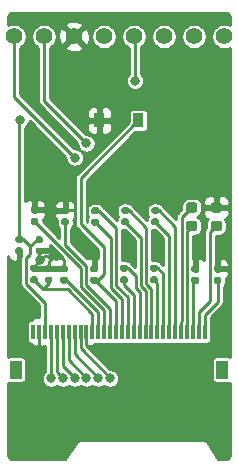
<source format=gbr>
G04 #@! TF.GenerationSoftware,KiCad,Pcbnew,(5.1.9)-1*
G04 #@! TF.CreationDate,2021-02-07T21:53:58-06:00*
G04 #@! TF.ProjectId,epaper-102,65706170-6572-42d3-9130-322e6b696361,rev?*
G04 #@! TF.SameCoordinates,Original*
G04 #@! TF.FileFunction,Copper,L2,Bot*
G04 #@! TF.FilePolarity,Positive*
%FSLAX46Y46*%
G04 Gerber Fmt 4.6, Leading zero omitted, Abs format (unit mm)*
G04 Created by KiCad (PCBNEW (5.1.9)-1) date 2021-02-07 21:53:58*
%MOMM*%
%LPD*%
G01*
G04 APERTURE LIST*
G04 #@! TA.AperFunction,ComponentPad*
%ADD10C,1.400000*%
G04 #@! TD*
G04 #@! TA.AperFunction,SMDPad,CuDef*
%ADD11R,0.300000X1.300000*%
G04 #@! TD*
G04 #@! TA.AperFunction,SMDPad,CuDef*
%ADD12R,1.000000X1.500000*%
G04 #@! TD*
G04 #@! TA.AperFunction,SMDPad,CuDef*
%ADD13R,0.900000X1.200000*%
G04 #@! TD*
G04 #@! TA.AperFunction,ViaPad*
%ADD14C,0.800000*%
G04 #@! TD*
G04 #@! TA.AperFunction,Conductor*
%ADD15C,0.250000*%
G04 #@! TD*
G04 #@! TA.AperFunction,Conductor*
%ADD16C,0.254000*%
G04 #@! TD*
G04 #@! TA.AperFunction,Conductor*
%ADD17C,0.100000*%
G04 #@! TD*
G04 APERTURE END LIST*
G04 #@! TA.AperFunction,SMDPad,CuDef*
G36*
G01*
X27230000Y-85780000D02*
X27570000Y-85780000D01*
G75*
G02*
X27710000Y-85920000I0J-140000D01*
G01*
X27710000Y-86200000D01*
G75*
G02*
X27570000Y-86340000I-140000J0D01*
G01*
X27230000Y-86340000D01*
G75*
G02*
X27090000Y-86200000I0J140000D01*
G01*
X27090000Y-85920000D01*
G75*
G02*
X27230000Y-85780000I140000J0D01*
G01*
G37*
G04 #@! TD.AperFunction*
G04 #@! TA.AperFunction,SMDPad,CuDef*
G36*
G01*
X27230000Y-84820000D02*
X27570000Y-84820000D01*
G75*
G02*
X27710000Y-84960000I0J-140000D01*
G01*
X27710000Y-85240000D01*
G75*
G02*
X27570000Y-85380000I-140000J0D01*
G01*
X27230000Y-85380000D01*
G75*
G02*
X27090000Y-85240000I0J140000D01*
G01*
X27090000Y-84960000D01*
G75*
G02*
X27230000Y-84820000I140000J0D01*
G01*
G37*
G04 #@! TD.AperFunction*
G04 #@! TA.AperFunction,SMDPad,CuDef*
G36*
G01*
X26430000Y-83320000D02*
X26770000Y-83320000D01*
G75*
G02*
X26910000Y-83460000I0J-140000D01*
G01*
X26910000Y-83740000D01*
G75*
G02*
X26770000Y-83880000I-140000J0D01*
G01*
X26430000Y-83880000D01*
G75*
G02*
X26290000Y-83740000I0J140000D01*
G01*
X26290000Y-83460000D01*
G75*
G02*
X26430000Y-83320000I140000J0D01*
G01*
G37*
G04 #@! TD.AperFunction*
G04 #@! TA.AperFunction,SMDPad,CuDef*
G36*
G01*
X26430000Y-82360000D02*
X26770000Y-82360000D01*
G75*
G02*
X26910000Y-82500000I0J-140000D01*
G01*
X26910000Y-82780000D01*
G75*
G02*
X26770000Y-82920000I-140000J0D01*
G01*
X26430000Y-82920000D01*
G75*
G02*
X26290000Y-82780000I0J140000D01*
G01*
X26290000Y-82500000D01*
G75*
G02*
X26430000Y-82360000I140000J0D01*
G01*
G37*
G04 #@! TD.AperFunction*
D10*
X42239800Y-65450000D03*
X39699800Y-65450000D03*
X37159800Y-65450000D03*
X34619800Y-65450000D03*
X32079800Y-65450000D03*
X29539800Y-65450000D03*
X26999800Y-65450000D03*
X24459800Y-65450000D03*
D11*
X26100000Y-90450000D03*
X26600000Y-90450000D03*
X27100000Y-90450000D03*
X27600000Y-90450000D03*
X28100000Y-90450000D03*
X28600000Y-90450000D03*
X29100000Y-90450000D03*
X29600000Y-90450000D03*
X30100000Y-90450000D03*
X30600000Y-90450000D03*
X31100000Y-90450000D03*
X31600000Y-90450000D03*
X32100000Y-90450000D03*
X32600000Y-90450000D03*
X33100000Y-90450000D03*
X33600000Y-90450000D03*
X34100000Y-90450000D03*
X34600000Y-90450000D03*
X35100000Y-90450000D03*
X35600000Y-90450000D03*
X36100000Y-90450000D03*
X36600000Y-90450000D03*
X37100000Y-90450000D03*
X37600000Y-90450000D03*
X38100000Y-90450000D03*
X38600000Y-90450000D03*
X39100000Y-90450000D03*
X39600000Y-90450000D03*
X40100000Y-90450000D03*
X40600000Y-90450000D03*
D12*
X42100000Y-93650000D03*
X24600000Y-93650000D03*
D13*
X35000000Y-72550000D03*
X31700000Y-72550000D03*
G04 #@! TA.AperFunction,SMDPad,CuDef*
G36*
G01*
X41527500Y-85805000D02*
X41872500Y-85805000D01*
G75*
G02*
X42020000Y-85952500I0J-147500D01*
G01*
X42020000Y-86247500D01*
G75*
G02*
X41872500Y-86395000I-147500J0D01*
G01*
X41527500Y-86395000D01*
G75*
G02*
X41380000Y-86247500I0J147500D01*
G01*
X41380000Y-85952500D01*
G75*
G02*
X41527500Y-85805000I147500J0D01*
G01*
G37*
G04 #@! TD.AperFunction*
G04 #@! TA.AperFunction,SMDPad,CuDef*
G36*
G01*
X41527500Y-84835000D02*
X41872500Y-84835000D01*
G75*
G02*
X42020000Y-84982500I0J-147500D01*
G01*
X42020000Y-85277500D01*
G75*
G02*
X41872500Y-85425000I-147500J0D01*
G01*
X41527500Y-85425000D01*
G75*
G02*
X41380000Y-85277500I0J147500D01*
G01*
X41380000Y-84982500D01*
G75*
G02*
X41527500Y-84835000I147500J0D01*
G01*
G37*
G04 #@! TD.AperFunction*
G04 #@! TA.AperFunction,SMDPad,CuDef*
G36*
G01*
X41343750Y-81062500D02*
X41856250Y-81062500D01*
G75*
G02*
X42075000Y-81281250I0J-218750D01*
G01*
X42075000Y-81718750D01*
G75*
G02*
X41856250Y-81937500I-218750J0D01*
G01*
X41343750Y-81937500D01*
G75*
G02*
X41125000Y-81718750I0J218750D01*
G01*
X41125000Y-81281250D01*
G75*
G02*
X41343750Y-81062500I218750J0D01*
G01*
G37*
G04 #@! TD.AperFunction*
G04 #@! TA.AperFunction,SMDPad,CuDef*
G36*
G01*
X41343750Y-79487500D02*
X41856250Y-79487500D01*
G75*
G02*
X42075000Y-79706250I0J-218750D01*
G01*
X42075000Y-80143750D01*
G75*
G02*
X41856250Y-80362500I-218750J0D01*
G01*
X41343750Y-80362500D01*
G75*
G02*
X41125000Y-80143750I0J218750D01*
G01*
X41125000Y-79706250D01*
G75*
G02*
X41343750Y-79487500I218750J0D01*
G01*
G37*
G04 #@! TD.AperFunction*
G04 #@! TA.AperFunction,SMDPad,CuDef*
G36*
G01*
X39627500Y-85805000D02*
X39972500Y-85805000D01*
G75*
G02*
X40120000Y-85952500I0J-147500D01*
G01*
X40120000Y-86247500D01*
G75*
G02*
X39972500Y-86395000I-147500J0D01*
G01*
X39627500Y-86395000D01*
G75*
G02*
X39480000Y-86247500I0J147500D01*
G01*
X39480000Y-85952500D01*
G75*
G02*
X39627500Y-85805000I147500J0D01*
G01*
G37*
G04 #@! TD.AperFunction*
G04 #@! TA.AperFunction,SMDPad,CuDef*
G36*
G01*
X39627500Y-84835000D02*
X39972500Y-84835000D01*
G75*
G02*
X40120000Y-84982500I0J-147500D01*
G01*
X40120000Y-85277500D01*
G75*
G02*
X39972500Y-85425000I-147500J0D01*
G01*
X39627500Y-85425000D01*
G75*
G02*
X39480000Y-85277500I0J147500D01*
G01*
X39480000Y-84982500D01*
G75*
G02*
X39627500Y-84835000I147500J0D01*
G01*
G37*
G04 #@! TD.AperFunction*
G04 #@! TA.AperFunction,SMDPad,CuDef*
G36*
G01*
X39756250Y-80362500D02*
X39243750Y-80362500D01*
G75*
G02*
X39025000Y-80143750I0J218750D01*
G01*
X39025000Y-79706250D01*
G75*
G02*
X39243750Y-79487500I218750J0D01*
G01*
X39756250Y-79487500D01*
G75*
G02*
X39975000Y-79706250I0J-218750D01*
G01*
X39975000Y-80143750D01*
G75*
G02*
X39756250Y-80362500I-218750J0D01*
G01*
G37*
G04 #@! TD.AperFunction*
G04 #@! TA.AperFunction,SMDPad,CuDef*
G36*
G01*
X39756250Y-81937500D02*
X39243750Y-81937500D01*
G75*
G02*
X39025000Y-81718750I0J218750D01*
G01*
X39025000Y-81281250D01*
G75*
G02*
X39243750Y-81062500I218750J0D01*
G01*
X39756250Y-81062500D01*
G75*
G02*
X39975000Y-81281250I0J-218750D01*
G01*
X39975000Y-81718750D01*
G75*
G02*
X39756250Y-81937500I-218750J0D01*
G01*
G37*
G04 #@! TD.AperFunction*
G04 #@! TA.AperFunction,SMDPad,CuDef*
G36*
G01*
X36247500Y-80855000D02*
X36592500Y-80855000D01*
G75*
G02*
X36740000Y-81002500I0J-147500D01*
G01*
X36740000Y-81297500D01*
G75*
G02*
X36592500Y-81445000I-147500J0D01*
G01*
X36247500Y-81445000D01*
G75*
G02*
X36100000Y-81297500I0J147500D01*
G01*
X36100000Y-81002500D01*
G75*
G02*
X36247500Y-80855000I147500J0D01*
G01*
G37*
G04 #@! TD.AperFunction*
G04 #@! TA.AperFunction,SMDPad,CuDef*
G36*
G01*
X36247500Y-79885000D02*
X36592500Y-79885000D01*
G75*
G02*
X36740000Y-80032500I0J-147500D01*
G01*
X36740000Y-80327500D01*
G75*
G02*
X36592500Y-80475000I-147500J0D01*
G01*
X36247500Y-80475000D01*
G75*
G02*
X36100000Y-80327500I0J147500D01*
G01*
X36100000Y-80032500D01*
G75*
G02*
X36247500Y-79885000I147500J0D01*
G01*
G37*
G04 #@! TD.AperFunction*
G04 #@! TA.AperFunction,SMDPad,CuDef*
G36*
G01*
X36147500Y-85755000D02*
X36492500Y-85755000D01*
G75*
G02*
X36640000Y-85902500I0J-147500D01*
G01*
X36640000Y-86197500D01*
G75*
G02*
X36492500Y-86345000I-147500J0D01*
G01*
X36147500Y-86345000D01*
G75*
G02*
X36000000Y-86197500I0J147500D01*
G01*
X36000000Y-85902500D01*
G75*
G02*
X36147500Y-85755000I147500J0D01*
G01*
G37*
G04 #@! TD.AperFunction*
G04 #@! TA.AperFunction,SMDPad,CuDef*
G36*
G01*
X36147500Y-84785000D02*
X36492500Y-84785000D01*
G75*
G02*
X36640000Y-84932500I0J-147500D01*
G01*
X36640000Y-85227500D01*
G75*
G02*
X36492500Y-85375000I-147500J0D01*
G01*
X36147500Y-85375000D01*
G75*
G02*
X36000000Y-85227500I0J147500D01*
G01*
X36000000Y-84932500D01*
G75*
G02*
X36147500Y-84785000I147500J0D01*
G01*
G37*
G04 #@! TD.AperFunction*
G04 #@! TA.AperFunction,SMDPad,CuDef*
G36*
G01*
X33707500Y-80855000D02*
X34052500Y-80855000D01*
G75*
G02*
X34200000Y-81002500I0J-147500D01*
G01*
X34200000Y-81297500D01*
G75*
G02*
X34052500Y-81445000I-147500J0D01*
G01*
X33707500Y-81445000D01*
G75*
G02*
X33560000Y-81297500I0J147500D01*
G01*
X33560000Y-81002500D01*
G75*
G02*
X33707500Y-80855000I147500J0D01*
G01*
G37*
G04 #@! TD.AperFunction*
G04 #@! TA.AperFunction,SMDPad,CuDef*
G36*
G01*
X33707500Y-79885000D02*
X34052500Y-79885000D01*
G75*
G02*
X34200000Y-80032500I0J-147500D01*
G01*
X34200000Y-80327500D01*
G75*
G02*
X34052500Y-80475000I-147500J0D01*
G01*
X33707500Y-80475000D01*
G75*
G02*
X33560000Y-80327500I0J147500D01*
G01*
X33560000Y-80032500D01*
G75*
G02*
X33707500Y-79885000I147500J0D01*
G01*
G37*
G04 #@! TD.AperFunction*
G04 #@! TA.AperFunction,SMDPad,CuDef*
G36*
G01*
X33607500Y-85755000D02*
X33952500Y-85755000D01*
G75*
G02*
X34100000Y-85902500I0J-147500D01*
G01*
X34100000Y-86197500D01*
G75*
G02*
X33952500Y-86345000I-147500J0D01*
G01*
X33607500Y-86345000D01*
G75*
G02*
X33460000Y-86197500I0J147500D01*
G01*
X33460000Y-85902500D01*
G75*
G02*
X33607500Y-85755000I147500J0D01*
G01*
G37*
G04 #@! TD.AperFunction*
G04 #@! TA.AperFunction,SMDPad,CuDef*
G36*
G01*
X33607500Y-84785000D02*
X33952500Y-84785000D01*
G75*
G02*
X34100000Y-84932500I0J-147500D01*
G01*
X34100000Y-85227500D01*
G75*
G02*
X33952500Y-85375000I-147500J0D01*
G01*
X33607500Y-85375000D01*
G75*
G02*
X33460000Y-85227500I0J147500D01*
G01*
X33460000Y-84932500D01*
G75*
G02*
X33607500Y-84785000I147500J0D01*
G01*
G37*
G04 #@! TD.AperFunction*
G04 #@! TA.AperFunction,SMDPad,CuDef*
G36*
G01*
X31067500Y-85775000D02*
X31412500Y-85775000D01*
G75*
G02*
X31560000Y-85922500I0J-147500D01*
G01*
X31560000Y-86217500D01*
G75*
G02*
X31412500Y-86365000I-147500J0D01*
G01*
X31067500Y-86365000D01*
G75*
G02*
X30920000Y-86217500I0J147500D01*
G01*
X30920000Y-85922500D01*
G75*
G02*
X31067500Y-85775000I147500J0D01*
G01*
G37*
G04 #@! TD.AperFunction*
G04 #@! TA.AperFunction,SMDPad,CuDef*
G36*
G01*
X31067500Y-84805000D02*
X31412500Y-84805000D01*
G75*
G02*
X31560000Y-84952500I0J-147500D01*
G01*
X31560000Y-85247500D01*
G75*
G02*
X31412500Y-85395000I-147500J0D01*
G01*
X31067500Y-85395000D01*
G75*
G02*
X30920000Y-85247500I0J147500D01*
G01*
X30920000Y-84952500D01*
G75*
G02*
X31067500Y-84805000I147500J0D01*
G01*
G37*
G04 #@! TD.AperFunction*
G04 #@! TA.AperFunction,SMDPad,CuDef*
G36*
G01*
X31167500Y-80875000D02*
X31512500Y-80875000D01*
G75*
G02*
X31660000Y-81022500I0J-147500D01*
G01*
X31660000Y-81317500D01*
G75*
G02*
X31512500Y-81465000I-147500J0D01*
G01*
X31167500Y-81465000D01*
G75*
G02*
X31020000Y-81317500I0J147500D01*
G01*
X31020000Y-81022500D01*
G75*
G02*
X31167500Y-80875000I147500J0D01*
G01*
G37*
G04 #@! TD.AperFunction*
G04 #@! TA.AperFunction,SMDPad,CuDef*
G36*
G01*
X31167500Y-79905000D02*
X31512500Y-79905000D01*
G75*
G02*
X31660000Y-80052500I0J-147500D01*
G01*
X31660000Y-80347500D01*
G75*
G02*
X31512500Y-80495000I-147500J0D01*
G01*
X31167500Y-80495000D01*
G75*
G02*
X31020000Y-80347500I0J147500D01*
G01*
X31020000Y-80052500D01*
G75*
G02*
X31167500Y-79905000I147500J0D01*
G01*
G37*
G04 #@! TD.AperFunction*
G04 #@! TA.AperFunction,SMDPad,CuDef*
G36*
G01*
X28627500Y-80855000D02*
X28972500Y-80855000D01*
G75*
G02*
X29120000Y-81002500I0J-147500D01*
G01*
X29120000Y-81297500D01*
G75*
G02*
X28972500Y-81445000I-147500J0D01*
G01*
X28627500Y-81445000D01*
G75*
G02*
X28480000Y-81297500I0J147500D01*
G01*
X28480000Y-81002500D01*
G75*
G02*
X28627500Y-80855000I147500J0D01*
G01*
G37*
G04 #@! TD.AperFunction*
G04 #@! TA.AperFunction,SMDPad,CuDef*
G36*
G01*
X28627500Y-79885000D02*
X28972500Y-79885000D01*
G75*
G02*
X29120000Y-80032500I0J-147500D01*
G01*
X29120000Y-80327500D01*
G75*
G02*
X28972500Y-80475000I-147500J0D01*
G01*
X28627500Y-80475000D01*
G75*
G02*
X28480000Y-80327500I0J147500D01*
G01*
X28480000Y-80032500D01*
G75*
G02*
X28627500Y-79885000I147500J0D01*
G01*
G37*
G04 #@! TD.AperFunction*
G04 #@! TA.AperFunction,SMDPad,CuDef*
G36*
G01*
X26027500Y-80805000D02*
X26372500Y-80805000D01*
G75*
G02*
X26520000Y-80952500I0J-147500D01*
G01*
X26520000Y-81247500D01*
G75*
G02*
X26372500Y-81395000I-147500J0D01*
G01*
X26027500Y-81395000D01*
G75*
G02*
X25880000Y-81247500I0J147500D01*
G01*
X25880000Y-80952500D01*
G75*
G02*
X26027500Y-80805000I147500J0D01*
G01*
G37*
G04 #@! TD.AperFunction*
G04 #@! TA.AperFunction,SMDPad,CuDef*
G36*
G01*
X26027500Y-79835000D02*
X26372500Y-79835000D01*
G75*
G02*
X26520000Y-79982500I0J-147500D01*
G01*
X26520000Y-80277500D01*
G75*
G02*
X26372500Y-80425000I-147500J0D01*
G01*
X26027500Y-80425000D01*
G75*
G02*
X25880000Y-80277500I0J147500D01*
G01*
X25880000Y-79982500D01*
G75*
G02*
X26027500Y-79835000I147500J0D01*
G01*
G37*
G04 #@! TD.AperFunction*
G04 #@! TA.AperFunction,SMDPad,CuDef*
G36*
G01*
X28527500Y-85775000D02*
X28872500Y-85775000D01*
G75*
G02*
X29020000Y-85922500I0J-147500D01*
G01*
X29020000Y-86217500D01*
G75*
G02*
X28872500Y-86365000I-147500J0D01*
G01*
X28527500Y-86365000D01*
G75*
G02*
X28380000Y-86217500I0J147500D01*
G01*
X28380000Y-85922500D01*
G75*
G02*
X28527500Y-85775000I147500J0D01*
G01*
G37*
G04 #@! TD.AperFunction*
G04 #@! TA.AperFunction,SMDPad,CuDef*
G36*
G01*
X28527500Y-84805000D02*
X28872500Y-84805000D01*
G75*
G02*
X29020000Y-84952500I0J-147500D01*
G01*
X29020000Y-85247500D01*
G75*
G02*
X28872500Y-85395000I-147500J0D01*
G01*
X28527500Y-85395000D01*
G75*
G02*
X28380000Y-85247500I0J147500D01*
G01*
X28380000Y-84952500D01*
G75*
G02*
X28527500Y-84805000I147500J0D01*
G01*
G37*
G04 #@! TD.AperFunction*
G04 #@! TA.AperFunction,SMDPad,CuDef*
G36*
G01*
X25987500Y-85755000D02*
X26332500Y-85755000D01*
G75*
G02*
X26480000Y-85902500I0J-147500D01*
G01*
X26480000Y-86197500D01*
G75*
G02*
X26332500Y-86345000I-147500J0D01*
G01*
X25987500Y-86345000D01*
G75*
G02*
X25840000Y-86197500I0J147500D01*
G01*
X25840000Y-85902500D01*
G75*
G02*
X25987500Y-85755000I147500J0D01*
G01*
G37*
G04 #@! TD.AperFunction*
G04 #@! TA.AperFunction,SMDPad,CuDef*
G36*
G01*
X25987500Y-84785000D02*
X26332500Y-84785000D01*
G75*
G02*
X26480000Y-84932500I0J-147500D01*
G01*
X26480000Y-85227500D01*
G75*
G02*
X26332500Y-85375000I-147500J0D01*
G01*
X25987500Y-85375000D01*
G75*
G02*
X25840000Y-85227500I0J147500D01*
G01*
X25840000Y-84932500D01*
G75*
G02*
X25987500Y-84785000I147500J0D01*
G01*
G37*
G04 #@! TD.AperFunction*
G04 #@! TA.AperFunction,SMDPad,CuDef*
G36*
G01*
X24727500Y-83305000D02*
X25072500Y-83305000D01*
G75*
G02*
X25220000Y-83452500I0J-147500D01*
G01*
X25220000Y-83747500D01*
G75*
G02*
X25072500Y-83895000I-147500J0D01*
G01*
X24727500Y-83895000D01*
G75*
G02*
X24580000Y-83747500I0J147500D01*
G01*
X24580000Y-83452500D01*
G75*
G02*
X24727500Y-83305000I147500J0D01*
G01*
G37*
G04 #@! TD.AperFunction*
G04 #@! TA.AperFunction,SMDPad,CuDef*
G36*
G01*
X24727500Y-82335000D02*
X25072500Y-82335000D01*
G75*
G02*
X25220000Y-82482500I0J-147500D01*
G01*
X25220000Y-82777500D01*
G75*
G02*
X25072500Y-82925000I-147500J0D01*
G01*
X24727500Y-82925000D01*
G75*
G02*
X24580000Y-82777500I0J147500D01*
G01*
X24580000Y-82482500D01*
G75*
G02*
X24727500Y-82335000I147500J0D01*
G01*
G37*
G04 #@! TD.AperFunction*
D14*
X34400000Y-76600000D03*
X37700000Y-76500000D03*
X41300000Y-76500000D03*
X37800000Y-73200000D03*
X41300000Y-73000000D03*
X41300000Y-69900000D03*
X26200000Y-76400000D03*
X26300000Y-74100000D03*
X26000000Y-69300000D03*
X34700000Y-92500000D03*
X39400000Y-92500000D03*
X37000000Y-94200000D03*
X31300000Y-69000000D03*
X29500000Y-70900000D03*
X26700000Y-84400000D03*
X34000000Y-82600000D03*
X34000000Y-83900000D03*
X36500000Y-82600000D03*
X36600000Y-83900000D03*
X40100000Y-83200000D03*
X42100000Y-83300000D03*
X25000000Y-72500000D03*
X32600015Y-94400000D03*
X31600012Y-94400000D03*
X30600009Y-94400000D03*
X30600000Y-74500000D03*
X29600006Y-94400000D03*
X29600000Y-75700000D03*
X28600003Y-94400000D03*
X34700000Y-69200000D03*
X27600000Y-94400000D03*
D15*
X26600000Y-90450000D02*
X26600000Y-91500000D01*
X30600000Y-90450000D02*
X30600000Y-91600000D01*
X30600000Y-91600000D02*
X30900000Y-91900000D01*
X28700000Y-85100000D02*
X28700000Y-84400000D01*
X28700000Y-84400000D02*
X28500000Y-84200000D01*
X27400000Y-85100000D02*
X27400000Y-84500000D01*
X27400000Y-84500000D02*
X27600000Y-84300000D01*
X26160000Y-84940000D02*
X26700000Y-84400000D01*
X26160000Y-85080000D02*
X26160000Y-84940000D01*
X26600000Y-84300000D02*
X26700000Y-84400000D01*
X26600000Y-83600000D02*
X26600000Y-84300000D01*
X26700000Y-84400000D02*
X27100000Y-84000000D01*
X27100000Y-84000000D02*
X27600000Y-84000000D01*
X28800000Y-80180000D02*
X29580000Y-80180000D01*
X29580000Y-80180000D02*
X29600000Y-80200000D01*
X29600000Y-80200000D02*
X29600000Y-80900000D01*
X29600000Y-80200000D02*
X29600000Y-79400000D01*
X27100000Y-90450000D02*
X27100000Y-87978232D01*
X25514990Y-86393222D02*
X25514990Y-84185010D01*
X27100000Y-87978232D02*
X25514990Y-86393222D01*
X25514990Y-84185010D02*
X25800000Y-83900000D01*
X25220000Y-82630000D02*
X24900000Y-82630000D01*
X25800000Y-83210000D02*
X25220000Y-82630000D01*
X25800000Y-83900000D02*
X25800000Y-83210000D01*
X26370000Y-82640000D02*
X26600000Y-82640000D01*
X25800000Y-83210000D02*
X26370000Y-82640000D01*
X24900000Y-72600000D02*
X25000000Y-72500000D01*
X24900000Y-82630000D02*
X24900000Y-72600000D01*
X26160000Y-86050000D02*
X26914615Y-86804615D01*
X26914615Y-86804615D02*
X28995385Y-86804615D01*
X31100000Y-88909230D02*
X31100000Y-90450000D01*
X28995385Y-86804615D02*
X31100000Y-88909230D01*
X28700000Y-86070000D02*
X28897180Y-86070000D01*
X31600000Y-88772820D02*
X31600000Y-90450000D01*
X28897180Y-86070000D02*
X31600000Y-88772820D01*
X32100000Y-88636410D02*
X32100000Y-90450000D01*
X30144981Y-86681391D02*
X32100000Y-88636410D01*
X30144981Y-85044981D02*
X26200000Y-81100000D01*
X30144981Y-86681391D02*
X30144981Y-85044981D01*
X32600000Y-88500000D02*
X32600000Y-90450000D01*
X30594990Y-86494990D02*
X32600000Y-88500000D01*
X30594990Y-86494990D02*
X30594990Y-84858580D01*
X28800000Y-83063590D02*
X28800000Y-81150000D01*
X30594990Y-84858580D02*
X28800000Y-83063590D01*
X33600000Y-87700000D02*
X33600000Y-90450000D01*
X32684980Y-86784980D02*
X33600000Y-87700000D01*
X32684980Y-82514980D02*
X31340000Y-81170000D01*
X32684980Y-86784980D02*
X32684980Y-82514980D01*
X34100000Y-87500000D02*
X34100000Y-90450000D01*
X33134990Y-86534990D02*
X34100000Y-87500000D01*
X31660000Y-80200000D02*
X31340000Y-80200000D01*
X33134990Y-81674990D02*
X31660000Y-80200000D01*
X33134990Y-86534990D02*
X33134990Y-81674990D01*
X31240000Y-86070000D02*
X31333590Y-86070000D01*
X33100000Y-87836410D02*
X33100000Y-90450000D01*
X31333590Y-86070000D02*
X33100000Y-87836410D01*
X30100000Y-77450000D02*
X35000000Y-72550000D01*
X30100000Y-81300000D02*
X30100000Y-77450000D01*
X32100000Y-83300000D02*
X30100000Y-81300000D01*
X32100000Y-85530000D02*
X32100000Y-83300000D01*
X31560000Y-86070000D02*
X32100000Y-85530000D01*
X31240000Y-86070000D02*
X31560000Y-86070000D01*
X33780000Y-86050000D02*
X33780000Y-86480000D01*
X34600000Y-87300000D02*
X34600000Y-90450000D01*
X33780000Y-86480000D02*
X34600000Y-87300000D01*
X35100000Y-87100000D02*
X35100000Y-90450000D01*
X34774972Y-86774972D02*
X35100000Y-87100000D01*
X34100000Y-85080000D02*
X34774972Y-85754972D01*
X34774972Y-85754972D02*
X34774972Y-86774972D01*
X33780000Y-85080000D02*
X34100000Y-85080000D01*
X35224981Y-86579623D02*
X35631758Y-86986400D01*
X35600000Y-89363516D02*
X35600000Y-90450000D01*
X35631758Y-89331758D02*
X35600000Y-89363516D01*
X35631758Y-86986400D02*
X35631758Y-89331758D01*
X35224981Y-82494981D02*
X33880000Y-81150000D01*
X35224981Y-86579623D02*
X35224981Y-82494981D01*
X35674990Y-86393222D02*
X36081768Y-86800000D01*
X36100000Y-89100000D02*
X36100000Y-90450000D01*
X36081768Y-89081768D02*
X36100000Y-89100000D01*
X36081768Y-86800000D02*
X36081768Y-89081768D01*
X34200000Y-80180000D02*
X33880000Y-80180000D01*
X35674990Y-81654990D02*
X34200000Y-80180000D01*
X35674990Y-86393222D02*
X35674990Y-81654990D01*
X36600000Y-86330000D02*
X36600000Y-90450000D01*
X36320000Y-86050000D02*
X36600000Y-86330000D01*
X37100000Y-85540000D02*
X37100000Y-90450000D01*
X36640000Y-85080000D02*
X37100000Y-85540000D01*
X36320000Y-85080000D02*
X36640000Y-85080000D01*
X37600000Y-82330000D02*
X36420000Y-81150000D01*
X37600000Y-90450000D02*
X37600000Y-82330000D01*
X36740000Y-80180000D02*
X36420000Y-80180000D01*
X38100000Y-81540000D02*
X36740000Y-80180000D01*
X38100000Y-90450000D02*
X38100000Y-81540000D01*
X38649990Y-80775010D02*
X39500000Y-79925000D01*
X38649990Y-89550010D02*
X38649990Y-80775010D01*
X38600000Y-89600000D02*
X38649990Y-89550010D01*
X38600000Y-90450000D02*
X38600000Y-89600000D01*
X39100000Y-81900000D02*
X39500000Y-81500000D01*
X39100000Y-90450000D02*
X39100000Y-81900000D01*
X39600000Y-86300000D02*
X39600000Y-90450000D01*
X39800000Y-86100000D02*
X39600000Y-86300000D01*
X40100000Y-88800000D02*
X40100000Y-90450000D01*
X41054990Y-87845010D02*
X40100000Y-88800000D01*
X41054990Y-82045010D02*
X41600000Y-81500000D01*
X41054990Y-87845010D02*
X41054990Y-82045010D01*
X40600000Y-90450000D02*
X40600000Y-89000000D01*
X41700000Y-87900000D02*
X41700000Y-86100000D01*
X40600000Y-89000000D02*
X41700000Y-87900000D01*
X32600015Y-94327001D02*
X32600015Y-94400000D01*
X30100000Y-91826986D02*
X32600015Y-94327001D01*
X30100000Y-90450000D02*
X30100000Y-91826986D01*
X31600012Y-94327001D02*
X31600012Y-94400000D01*
X29600000Y-92326989D02*
X31600012Y-94327001D01*
X29600000Y-90450000D02*
X29600000Y-92326989D01*
X30600009Y-94327001D02*
X30600009Y-94400000D01*
X29100000Y-92826992D02*
X30600009Y-94327001D01*
X29100000Y-90450000D02*
X29100000Y-92826992D01*
X26999800Y-70899800D02*
X26999800Y-65450000D01*
X30600000Y-74500000D02*
X26999800Y-70899800D01*
X28600000Y-93326995D02*
X29600006Y-94327001D01*
X29600006Y-94327001D02*
X29600006Y-94400000D01*
X28600000Y-90450000D02*
X28600000Y-93326995D01*
X24459800Y-70559800D02*
X24459800Y-65450000D01*
X29600000Y-75700000D02*
X24459800Y-70559800D01*
X28600003Y-94327001D02*
X28600003Y-94400000D01*
X28100000Y-93826998D02*
X28600003Y-94327001D01*
X28100000Y-90450000D02*
X28100000Y-93826998D01*
X34700000Y-65530200D02*
X34619800Y-65450000D01*
X34700000Y-69200000D02*
X34700000Y-65530200D01*
X27600000Y-90450000D02*
X27600000Y-94400000D01*
X27400000Y-86319230D02*
X26914615Y-86804615D01*
X27400000Y-86060000D02*
X27400000Y-86319230D01*
D16*
X42426148Y-63465413D02*
X42499397Y-63487528D01*
X42566961Y-63523452D01*
X42626254Y-63571811D01*
X42675027Y-63630767D01*
X42711420Y-63698074D01*
X42734045Y-63771167D01*
X42744001Y-63865886D01*
X42744001Y-64488782D01*
X42555116Y-64410543D01*
X42346269Y-64369000D01*
X42133331Y-64369000D01*
X41924484Y-64410543D01*
X41727755Y-64492031D01*
X41550703Y-64610333D01*
X41400133Y-64760903D01*
X41281831Y-64937955D01*
X41200343Y-65134684D01*
X41158800Y-65343531D01*
X41158800Y-65556469D01*
X41200343Y-65765316D01*
X41281831Y-65962045D01*
X41400133Y-66139097D01*
X41550703Y-66289667D01*
X41727755Y-66407969D01*
X41924484Y-66489457D01*
X42133331Y-66531000D01*
X42346269Y-66531000D01*
X42555116Y-66489457D01*
X42744001Y-66411218D01*
X42744000Y-92545538D01*
X42674689Y-92524513D01*
X42600000Y-92517157D01*
X41600000Y-92517157D01*
X41525311Y-92524513D01*
X41453492Y-92546299D01*
X41387304Y-92581678D01*
X41329289Y-92629289D01*
X41281678Y-92687304D01*
X41246299Y-92753492D01*
X41224513Y-92825311D01*
X41217157Y-92900000D01*
X41217157Y-94400000D01*
X41224513Y-94474689D01*
X41246299Y-94546508D01*
X41281678Y-94612696D01*
X41329289Y-94670711D01*
X41387304Y-94718322D01*
X41453492Y-94753701D01*
X41525311Y-94775487D01*
X41600000Y-94782843D01*
X42600000Y-94782843D01*
X42674689Y-94775487D01*
X42744000Y-94754462D01*
X42744000Y-100830146D01*
X42734587Y-100926148D01*
X42712471Y-100999401D01*
X42676548Y-101066961D01*
X42628190Y-101126254D01*
X42569232Y-101175027D01*
X42501924Y-101211421D01*
X42428837Y-101234045D01*
X42334123Y-101244000D01*
X41775024Y-101244000D01*
X40901582Y-99846493D01*
X40889210Y-99823347D01*
X40867745Y-99797192D01*
X40847122Y-99770442D01*
X40842429Y-99766345D01*
X40838474Y-99761526D01*
X40812336Y-99740075D01*
X40786875Y-99717848D01*
X40781472Y-99714745D01*
X40776653Y-99710790D01*
X40746826Y-99694847D01*
X40717523Y-99678018D01*
X40711620Y-99676029D01*
X40706121Y-99673090D01*
X40673752Y-99663271D01*
X40641734Y-99652484D01*
X40635557Y-99651685D01*
X40629590Y-99649875D01*
X40595941Y-99646561D01*
X40562420Y-99642225D01*
X40536251Y-99644000D01*
X30063744Y-99644000D01*
X30037579Y-99642225D01*
X30004055Y-99646561D01*
X29970410Y-99649875D01*
X29964444Y-99651685D01*
X29958265Y-99652484D01*
X29926238Y-99663274D01*
X29893879Y-99673090D01*
X29888382Y-99676028D01*
X29882476Y-99678018D01*
X29853160Y-99694855D01*
X29823347Y-99710790D01*
X29818530Y-99714743D01*
X29813124Y-99717848D01*
X29787656Y-99740082D01*
X29761526Y-99761526D01*
X29757571Y-99766345D01*
X29752877Y-99770443D01*
X29732245Y-99797205D01*
X29710790Y-99823347D01*
X29698424Y-99846482D01*
X28824976Y-101244000D01*
X24369854Y-101244000D01*
X24273852Y-101234587D01*
X24200599Y-101212471D01*
X24133039Y-101176548D01*
X24073746Y-101128190D01*
X24024973Y-101069232D01*
X23988579Y-101001924D01*
X23965955Y-100928837D01*
X23956000Y-100834123D01*
X23956000Y-94754462D01*
X24025311Y-94775487D01*
X24100000Y-94782843D01*
X25100000Y-94782843D01*
X25174689Y-94775487D01*
X25246508Y-94753701D01*
X25312696Y-94718322D01*
X25370711Y-94670711D01*
X25418322Y-94612696D01*
X25453701Y-94546508D01*
X25475487Y-94474689D01*
X25482843Y-94400000D01*
X25482843Y-92900000D01*
X25475487Y-92825311D01*
X25453701Y-92753492D01*
X25418322Y-92687304D01*
X25370711Y-92629289D01*
X25312696Y-92581678D01*
X25246508Y-92546299D01*
X25174689Y-92524513D01*
X25100000Y-92517157D01*
X24100000Y-92517157D01*
X24025311Y-92524513D01*
X23956000Y-92545538D01*
X23956000Y-84025455D01*
X23990498Y-84139180D01*
X24049463Y-84249494D01*
X24128815Y-84346185D01*
X24225506Y-84425537D01*
X24335820Y-84484502D01*
X24455518Y-84520812D01*
X24580000Y-84533072D01*
X24614250Y-84530000D01*
X24773000Y-84371250D01*
X24773000Y-83727000D01*
X24753000Y-83727000D01*
X24753000Y-83473000D01*
X24773000Y-83473000D01*
X24773000Y-83453000D01*
X25027000Y-83453000D01*
X25027000Y-83473000D01*
X25047000Y-83473000D01*
X25047000Y-83727000D01*
X25027000Y-83727000D01*
X25027000Y-84050583D01*
X25016312Y-84085818D01*
X25006543Y-84185010D01*
X25008991Y-84209866D01*
X25008990Y-86368376D01*
X25006543Y-86393222D01*
X25008990Y-86418068D01*
X25008990Y-86418075D01*
X25016312Y-86492414D01*
X25045245Y-86587796D01*
X25092231Y-86675701D01*
X25155463Y-86752749D01*
X25174775Y-86768598D01*
X26594001Y-88187825D01*
X26594000Y-89165000D01*
X26472998Y-89165000D01*
X26472998Y-89219748D01*
X26418250Y-89165000D01*
X26315268Y-89176315D01*
X26196182Y-89214584D01*
X26086850Y-89275350D01*
X25991474Y-89356278D01*
X25942581Y-89417888D01*
X25875311Y-89424513D01*
X25803492Y-89446299D01*
X25737304Y-89481678D01*
X25679289Y-89529289D01*
X25631678Y-89587304D01*
X25596299Y-89653492D01*
X25574513Y-89725311D01*
X25567157Y-89800000D01*
X25567157Y-91100000D01*
X25574513Y-91174689D01*
X25596299Y-91246508D01*
X25631678Y-91312696D01*
X25679289Y-91370711D01*
X25737304Y-91418322D01*
X25803492Y-91453701D01*
X25875311Y-91475487D01*
X25942581Y-91482112D01*
X25991474Y-91543722D01*
X26086850Y-91624650D01*
X26196182Y-91685416D01*
X26315268Y-91723685D01*
X26418250Y-91735000D01*
X26577000Y-91576250D01*
X26577000Y-91296461D01*
X26600000Y-91253432D01*
X26623000Y-91296461D01*
X26623000Y-91576250D01*
X26781750Y-91735000D01*
X26884732Y-91723685D01*
X27003818Y-91685416D01*
X27094000Y-91635293D01*
X27094001Y-93801498D01*
X26993358Y-93902141D01*
X26907887Y-94030058D01*
X26849013Y-94172191D01*
X26819000Y-94323078D01*
X26819000Y-94476922D01*
X26849013Y-94627809D01*
X26907887Y-94769942D01*
X26993358Y-94897859D01*
X27102141Y-95006642D01*
X27230058Y-95092113D01*
X27372191Y-95150987D01*
X27523078Y-95181000D01*
X27676922Y-95181000D01*
X27827809Y-95150987D01*
X27969942Y-95092113D01*
X28097859Y-95006642D01*
X28100002Y-95004500D01*
X28102144Y-95006642D01*
X28230061Y-95092113D01*
X28372194Y-95150987D01*
X28523081Y-95181000D01*
X28676925Y-95181000D01*
X28827812Y-95150987D01*
X28969945Y-95092113D01*
X29097862Y-95006642D01*
X29100005Y-95004500D01*
X29102147Y-95006642D01*
X29230064Y-95092113D01*
X29372197Y-95150987D01*
X29523084Y-95181000D01*
X29676928Y-95181000D01*
X29827815Y-95150987D01*
X29969948Y-95092113D01*
X30097865Y-95006642D01*
X30100008Y-95004500D01*
X30102150Y-95006642D01*
X30230067Y-95092113D01*
X30372200Y-95150987D01*
X30523087Y-95181000D01*
X30676931Y-95181000D01*
X30827818Y-95150987D01*
X30969951Y-95092113D01*
X31097868Y-95006642D01*
X31100011Y-95004500D01*
X31102153Y-95006642D01*
X31230070Y-95092113D01*
X31372203Y-95150987D01*
X31523090Y-95181000D01*
X31676934Y-95181000D01*
X31827821Y-95150987D01*
X31969954Y-95092113D01*
X32097871Y-95006642D01*
X32100014Y-95004500D01*
X32102156Y-95006642D01*
X32230073Y-95092113D01*
X32372206Y-95150987D01*
X32523093Y-95181000D01*
X32676937Y-95181000D01*
X32827824Y-95150987D01*
X32969957Y-95092113D01*
X33097874Y-95006642D01*
X33206657Y-94897859D01*
X33292128Y-94769942D01*
X33351002Y-94627809D01*
X33381015Y-94476922D01*
X33381015Y-94323078D01*
X33351002Y-94172191D01*
X33292128Y-94030058D01*
X33206657Y-93902141D01*
X33097874Y-93793358D01*
X32969957Y-93707887D01*
X32827824Y-93649013D01*
X32676937Y-93619000D01*
X32607606Y-93619000D01*
X30723605Y-91735000D01*
X30727002Y-91735000D01*
X30727002Y-91680252D01*
X30781750Y-91735000D01*
X30884732Y-91723685D01*
X31003818Y-91685416D01*
X31113150Y-91624650D01*
X31208526Y-91543722D01*
X31257419Y-91482112D01*
X31324689Y-91475487D01*
X31350000Y-91467809D01*
X31375311Y-91475487D01*
X31450000Y-91482843D01*
X31750000Y-91482843D01*
X31824689Y-91475487D01*
X31850000Y-91467809D01*
X31875311Y-91475487D01*
X31950000Y-91482843D01*
X32250000Y-91482843D01*
X32324689Y-91475487D01*
X32350000Y-91467809D01*
X32375311Y-91475487D01*
X32450000Y-91482843D01*
X32750000Y-91482843D01*
X32824689Y-91475487D01*
X32850000Y-91467809D01*
X32875311Y-91475487D01*
X32950000Y-91482843D01*
X33250000Y-91482843D01*
X33324689Y-91475487D01*
X33350000Y-91467809D01*
X33375311Y-91475487D01*
X33450000Y-91482843D01*
X33750000Y-91482843D01*
X33824689Y-91475487D01*
X33850000Y-91467809D01*
X33875311Y-91475487D01*
X33950000Y-91482843D01*
X34250000Y-91482843D01*
X34324689Y-91475487D01*
X34350000Y-91467809D01*
X34375311Y-91475487D01*
X34450000Y-91482843D01*
X34750000Y-91482843D01*
X34824689Y-91475487D01*
X34850000Y-91467809D01*
X34875311Y-91475487D01*
X34950000Y-91482843D01*
X35250000Y-91482843D01*
X35324689Y-91475487D01*
X35350000Y-91467809D01*
X35375311Y-91475487D01*
X35450000Y-91482843D01*
X35750000Y-91482843D01*
X35824689Y-91475487D01*
X35850000Y-91467809D01*
X35875311Y-91475487D01*
X35950000Y-91482843D01*
X36250000Y-91482843D01*
X36324689Y-91475487D01*
X36350000Y-91467809D01*
X36375311Y-91475487D01*
X36450000Y-91482843D01*
X36750000Y-91482843D01*
X36824689Y-91475487D01*
X36850000Y-91467809D01*
X36875311Y-91475487D01*
X36950000Y-91482843D01*
X37250000Y-91482843D01*
X37324689Y-91475487D01*
X37350000Y-91467809D01*
X37375311Y-91475487D01*
X37450000Y-91482843D01*
X37750000Y-91482843D01*
X37824689Y-91475487D01*
X37850000Y-91467809D01*
X37875311Y-91475487D01*
X37950000Y-91482843D01*
X38250000Y-91482843D01*
X38324689Y-91475487D01*
X38350000Y-91467809D01*
X38375311Y-91475487D01*
X38450000Y-91482843D01*
X38750000Y-91482843D01*
X38824689Y-91475487D01*
X38850000Y-91467809D01*
X38875311Y-91475487D01*
X38950000Y-91482843D01*
X39250000Y-91482843D01*
X39324689Y-91475487D01*
X39350000Y-91467809D01*
X39375311Y-91475487D01*
X39450000Y-91482843D01*
X39750000Y-91482843D01*
X39824689Y-91475487D01*
X39850000Y-91467809D01*
X39875311Y-91475487D01*
X39950000Y-91482843D01*
X40250000Y-91482843D01*
X40324689Y-91475487D01*
X40350000Y-91467809D01*
X40375311Y-91475487D01*
X40450000Y-91482843D01*
X40750000Y-91482843D01*
X40824689Y-91475487D01*
X40896508Y-91453701D01*
X40962696Y-91418322D01*
X41020711Y-91370711D01*
X41068322Y-91312696D01*
X41103701Y-91246508D01*
X41125487Y-91174689D01*
X41132843Y-91100000D01*
X41132843Y-89800000D01*
X41125487Y-89725311D01*
X41106000Y-89661071D01*
X41106000Y-89209591D01*
X42040220Y-88275372D01*
X42059527Y-88259527D01*
X42122759Y-88182479D01*
X42169745Y-88094575D01*
X42198678Y-87999193D01*
X42206000Y-87924854D01*
X42206000Y-87924853D01*
X42208448Y-87900000D01*
X42206000Y-87875146D01*
X42206000Y-86656575D01*
X42247509Y-86622509D01*
X42313464Y-86542143D01*
X42362473Y-86450453D01*
X42392653Y-86350965D01*
X42402843Y-86247500D01*
X42402843Y-85952500D01*
X42401000Y-85933784D01*
X42471185Y-85876185D01*
X42550537Y-85779494D01*
X42609502Y-85669180D01*
X42645812Y-85549482D01*
X42658072Y-85425000D01*
X42655000Y-85415750D01*
X42496250Y-85257000D01*
X41827000Y-85257000D01*
X41827000Y-85277000D01*
X41573000Y-85277000D01*
X41573000Y-85257000D01*
X41560990Y-85257000D01*
X41560990Y-85003000D01*
X41573000Y-85003000D01*
X41573000Y-84358750D01*
X41827000Y-84358750D01*
X41827000Y-85003000D01*
X42496250Y-85003000D01*
X42655000Y-84844250D01*
X42658072Y-84835000D01*
X42645812Y-84710518D01*
X42609502Y-84590820D01*
X42550537Y-84480506D01*
X42471185Y-84383815D01*
X42374494Y-84304463D01*
X42264180Y-84245498D01*
X42144482Y-84209188D01*
X42020000Y-84196928D01*
X41985750Y-84200000D01*
X41827000Y-84358750D01*
X41573000Y-84358750D01*
X41560990Y-84346740D01*
X41560990Y-82320343D01*
X41856250Y-82320343D01*
X41973615Y-82308784D01*
X42086470Y-82274549D01*
X42190477Y-82218956D01*
X42281640Y-82144140D01*
X42356456Y-82052977D01*
X42412049Y-81948970D01*
X42446284Y-81836115D01*
X42457843Y-81718750D01*
X42457843Y-81281250D01*
X42446284Y-81163885D01*
X42412049Y-81051030D01*
X42356456Y-80947023D01*
X42347930Y-80936634D01*
X42429494Y-80893037D01*
X42526185Y-80813685D01*
X42605537Y-80716994D01*
X42664502Y-80606680D01*
X42700812Y-80486982D01*
X42713072Y-80362500D01*
X42710000Y-80210750D01*
X42551250Y-80052000D01*
X41727000Y-80052000D01*
X41727000Y-80072000D01*
X41473000Y-80072000D01*
X41473000Y-80052000D01*
X40648750Y-80052000D01*
X40490000Y-80210750D01*
X40486928Y-80362500D01*
X40499188Y-80486982D01*
X40535498Y-80606680D01*
X40594463Y-80716994D01*
X40673815Y-80813685D01*
X40770506Y-80893037D01*
X40852070Y-80936634D01*
X40843544Y-80947023D01*
X40787951Y-81051030D01*
X40753716Y-81163885D01*
X40742157Y-81281250D01*
X40742157Y-81642252D01*
X40714770Y-81669639D01*
X40695464Y-81685483D01*
X40632232Y-81762531D01*
X40618900Y-81787473D01*
X40585245Y-81850436D01*
X40556312Y-81945818D01*
X40546543Y-82045010D01*
X40548991Y-82069866D01*
X40548991Y-84365601D01*
X40474494Y-84304463D01*
X40364180Y-84245498D01*
X40244482Y-84209188D01*
X40120000Y-84196928D01*
X40085750Y-84200000D01*
X39927000Y-84358750D01*
X39927000Y-85003000D01*
X39947000Y-85003000D01*
X39947000Y-85257000D01*
X39927000Y-85257000D01*
X39927000Y-85277000D01*
X39673000Y-85277000D01*
X39673000Y-85257000D01*
X39653000Y-85257000D01*
X39653000Y-85003000D01*
X39673000Y-85003000D01*
X39673000Y-84358750D01*
X39606000Y-84291750D01*
X39606000Y-82320343D01*
X39756250Y-82320343D01*
X39873615Y-82308784D01*
X39986470Y-82274549D01*
X40090477Y-82218956D01*
X40181640Y-82144140D01*
X40256456Y-82052977D01*
X40312049Y-81948970D01*
X40346284Y-81836115D01*
X40357843Y-81718750D01*
X40357843Y-81281250D01*
X40346284Y-81163885D01*
X40312049Y-81051030D01*
X40256456Y-80947023D01*
X40181640Y-80855860D01*
X40090477Y-80781044D01*
X39986470Y-80725451D01*
X39943777Y-80712500D01*
X39986470Y-80699549D01*
X40090477Y-80643956D01*
X40181640Y-80569140D01*
X40256456Y-80477977D01*
X40312049Y-80373970D01*
X40346284Y-80261115D01*
X40357843Y-80143750D01*
X40357843Y-79706250D01*
X40346284Y-79588885D01*
X40315529Y-79487500D01*
X40486928Y-79487500D01*
X40490000Y-79639250D01*
X40648750Y-79798000D01*
X41473000Y-79798000D01*
X41473000Y-79011250D01*
X41727000Y-79011250D01*
X41727000Y-79798000D01*
X42551250Y-79798000D01*
X42710000Y-79639250D01*
X42713072Y-79487500D01*
X42700812Y-79363018D01*
X42664502Y-79243320D01*
X42605537Y-79133006D01*
X42526185Y-79036315D01*
X42429494Y-78956963D01*
X42319180Y-78897998D01*
X42199482Y-78861688D01*
X42075000Y-78849428D01*
X41885750Y-78852500D01*
X41727000Y-79011250D01*
X41473000Y-79011250D01*
X41314250Y-78852500D01*
X41125000Y-78849428D01*
X41000518Y-78861688D01*
X40880820Y-78897998D01*
X40770506Y-78956963D01*
X40673815Y-79036315D01*
X40594463Y-79133006D01*
X40535498Y-79243320D01*
X40499188Y-79363018D01*
X40486928Y-79487500D01*
X40315529Y-79487500D01*
X40312049Y-79476030D01*
X40256456Y-79372023D01*
X40181640Y-79280860D01*
X40090477Y-79206044D01*
X39986470Y-79150451D01*
X39873615Y-79116216D01*
X39756250Y-79104657D01*
X39243750Y-79104657D01*
X39126385Y-79116216D01*
X39013530Y-79150451D01*
X38909523Y-79206044D01*
X38818360Y-79280860D01*
X38743544Y-79372023D01*
X38687951Y-79476030D01*
X38653716Y-79588885D01*
X38642157Y-79706250D01*
X38642157Y-80067252D01*
X38309770Y-80399639D01*
X38290464Y-80415483D01*
X38227232Y-80492531D01*
X38206962Y-80530453D01*
X38180245Y-80580436D01*
X38151312Y-80675818D01*
X38141543Y-80775010D01*
X38143991Y-80799866D01*
X38143991Y-80868399D01*
X37115376Y-79839785D01*
X37099527Y-79820473D01*
X37060506Y-79788449D01*
X37033464Y-79737857D01*
X36967509Y-79657491D01*
X36887143Y-79591536D01*
X36795453Y-79542527D01*
X36695965Y-79512347D01*
X36592500Y-79502157D01*
X36247500Y-79502157D01*
X36144035Y-79512347D01*
X36044547Y-79542527D01*
X35952857Y-79591536D01*
X35872491Y-79657491D01*
X35806536Y-79737857D01*
X35757527Y-79829547D01*
X35727347Y-79929035D01*
X35717157Y-80032500D01*
X35717157Y-80327500D01*
X35727347Y-80430965D01*
X35757527Y-80530453D01*
X35806536Y-80622143D01*
X35841708Y-80665000D01*
X35806536Y-80707857D01*
X35757527Y-80799547D01*
X35727347Y-80899035D01*
X35719034Y-80983442D01*
X34575376Y-79839785D01*
X34559527Y-79820473D01*
X34520506Y-79788449D01*
X34493464Y-79737857D01*
X34427509Y-79657491D01*
X34347143Y-79591536D01*
X34255453Y-79542527D01*
X34155965Y-79512347D01*
X34052500Y-79502157D01*
X33707500Y-79502157D01*
X33604035Y-79512347D01*
X33504547Y-79542527D01*
X33412857Y-79591536D01*
X33332491Y-79657491D01*
X33266536Y-79737857D01*
X33217527Y-79829547D01*
X33187347Y-79929035D01*
X33177157Y-80032500D01*
X33177157Y-80327500D01*
X33187347Y-80430965D01*
X33217527Y-80530453D01*
X33266536Y-80622143D01*
X33301708Y-80665000D01*
X33266536Y-80707857D01*
X33217527Y-80799547D01*
X33187347Y-80899035D01*
X33177241Y-81001649D01*
X32035376Y-79859785D01*
X32019527Y-79840473D01*
X31980506Y-79808449D01*
X31953464Y-79757857D01*
X31887509Y-79677491D01*
X31807143Y-79611536D01*
X31715453Y-79562527D01*
X31615965Y-79532347D01*
X31512500Y-79522157D01*
X31167500Y-79522157D01*
X31064035Y-79532347D01*
X30964547Y-79562527D01*
X30872857Y-79611536D01*
X30792491Y-79677491D01*
X30726536Y-79757857D01*
X30677527Y-79849547D01*
X30647347Y-79949035D01*
X30637157Y-80052500D01*
X30637157Y-80347500D01*
X30647347Y-80450965D01*
X30677527Y-80550453D01*
X30726536Y-80642143D01*
X30761708Y-80685000D01*
X30726536Y-80727857D01*
X30677527Y-80819547D01*
X30647347Y-80919035D01*
X30637157Y-81022500D01*
X30637157Y-81121566D01*
X30606000Y-81090409D01*
X30606000Y-77659591D01*
X34732749Y-73532843D01*
X35450000Y-73532843D01*
X35524689Y-73525487D01*
X35596508Y-73503701D01*
X35662696Y-73468322D01*
X35720711Y-73420711D01*
X35768322Y-73362696D01*
X35803701Y-73296508D01*
X35825487Y-73224689D01*
X35832843Y-73150000D01*
X35832843Y-71950000D01*
X35825487Y-71875311D01*
X35803701Y-71803492D01*
X35768322Y-71737304D01*
X35720711Y-71679289D01*
X35662696Y-71631678D01*
X35596508Y-71596299D01*
X35524689Y-71574513D01*
X35450000Y-71567157D01*
X34550000Y-71567157D01*
X34475311Y-71574513D01*
X34403492Y-71596299D01*
X34337304Y-71631678D01*
X34279289Y-71679289D01*
X34231678Y-71737304D01*
X34196299Y-71803492D01*
X34174513Y-71875311D01*
X34167157Y-71950000D01*
X34167157Y-72667251D01*
X29759781Y-77074628D01*
X29740474Y-77090473D01*
X29677242Y-77167521D01*
X29652127Y-77214508D01*
X29630255Y-77255426D01*
X29601322Y-77350808D01*
X29591553Y-77450000D01*
X29594001Y-77474856D01*
X29594000Y-79461616D01*
X29571185Y-79433815D01*
X29474494Y-79354463D01*
X29364180Y-79295498D01*
X29244482Y-79259188D01*
X29120000Y-79246928D01*
X29085750Y-79250000D01*
X28927000Y-79408750D01*
X28927000Y-80053000D01*
X28947000Y-80053000D01*
X28947000Y-80307000D01*
X28927000Y-80307000D01*
X28927000Y-80327000D01*
X28673000Y-80327000D01*
X28673000Y-80307000D01*
X28003750Y-80307000D01*
X27845000Y-80465750D01*
X27841928Y-80475000D01*
X27854188Y-80599482D01*
X27890498Y-80719180D01*
X27949463Y-80829494D01*
X28028815Y-80926185D01*
X28099000Y-80983784D01*
X28097157Y-81002500D01*
X28097157Y-81297500D01*
X28107347Y-81400965D01*
X28137527Y-81500453D01*
X28186536Y-81592143D01*
X28252491Y-81672509D01*
X28294001Y-81706575D01*
X28294000Y-82478409D01*
X26902843Y-81087252D01*
X26902843Y-80952500D01*
X26901000Y-80933784D01*
X26971185Y-80876185D01*
X27050537Y-80779494D01*
X27109502Y-80669180D01*
X27145812Y-80549482D01*
X27158072Y-80425000D01*
X27155000Y-80415750D01*
X26996250Y-80257000D01*
X26327000Y-80257000D01*
X26327000Y-80277000D01*
X26073000Y-80277000D01*
X26073000Y-80257000D01*
X26053000Y-80257000D01*
X26053000Y-80003000D01*
X26073000Y-80003000D01*
X26073000Y-79358750D01*
X26327000Y-79358750D01*
X26327000Y-80003000D01*
X26996250Y-80003000D01*
X27114250Y-79885000D01*
X27841928Y-79885000D01*
X27845000Y-79894250D01*
X28003750Y-80053000D01*
X28673000Y-80053000D01*
X28673000Y-79408750D01*
X28514250Y-79250000D01*
X28480000Y-79246928D01*
X28355518Y-79259188D01*
X28235820Y-79295498D01*
X28125506Y-79354463D01*
X28028815Y-79433815D01*
X27949463Y-79530506D01*
X27890498Y-79640820D01*
X27854188Y-79760518D01*
X27841928Y-79885000D01*
X27114250Y-79885000D01*
X27155000Y-79844250D01*
X27158072Y-79835000D01*
X27145812Y-79710518D01*
X27109502Y-79590820D01*
X27050537Y-79480506D01*
X26971185Y-79383815D01*
X26874494Y-79304463D01*
X26764180Y-79245498D01*
X26644482Y-79209188D01*
X26520000Y-79196928D01*
X26485750Y-79200000D01*
X26327000Y-79358750D01*
X26073000Y-79358750D01*
X25914250Y-79200000D01*
X25880000Y-79196928D01*
X25755518Y-79209188D01*
X25635820Y-79245498D01*
X25525506Y-79304463D01*
X25428815Y-79383815D01*
X25406000Y-79411615D01*
X25406000Y-73168020D01*
X25497859Y-73106642D01*
X25606642Y-72997859D01*
X25692113Y-72869942D01*
X25750987Y-72727809D01*
X25777737Y-72593328D01*
X28819000Y-75634592D01*
X28819000Y-75776922D01*
X28849013Y-75927809D01*
X28907887Y-76069942D01*
X28993358Y-76197859D01*
X29102141Y-76306642D01*
X29230058Y-76392113D01*
X29372191Y-76450987D01*
X29523078Y-76481000D01*
X29676922Y-76481000D01*
X29827809Y-76450987D01*
X29969942Y-76392113D01*
X30097859Y-76306642D01*
X30206642Y-76197859D01*
X30292113Y-76069942D01*
X30350987Y-75927809D01*
X30381000Y-75776922D01*
X30381000Y-75623078D01*
X30350987Y-75472191D01*
X30292113Y-75330058D01*
X30206642Y-75202141D01*
X30129270Y-75124769D01*
X30230058Y-75192113D01*
X30372191Y-75250987D01*
X30523078Y-75281000D01*
X30676922Y-75281000D01*
X30827809Y-75250987D01*
X30969942Y-75192113D01*
X31097859Y-75106642D01*
X31206642Y-74997859D01*
X31292113Y-74869942D01*
X31350987Y-74727809D01*
X31381000Y-74576922D01*
X31381000Y-74423078D01*
X31350987Y-74272191D01*
X31292113Y-74130058D01*
X31206642Y-74002141D01*
X31097859Y-73893358D01*
X30969942Y-73807887D01*
X30827809Y-73749013D01*
X30676922Y-73719000D01*
X30534592Y-73719000D01*
X29965592Y-73150000D01*
X30611928Y-73150000D01*
X30624188Y-73274482D01*
X30660498Y-73394180D01*
X30719463Y-73504494D01*
X30798815Y-73601185D01*
X30895506Y-73680537D01*
X31005820Y-73739502D01*
X31125518Y-73775812D01*
X31250000Y-73788072D01*
X31414250Y-73785000D01*
X31573000Y-73626250D01*
X31573000Y-72677000D01*
X31827000Y-72677000D01*
X31827000Y-73626250D01*
X31985750Y-73785000D01*
X32150000Y-73788072D01*
X32274482Y-73775812D01*
X32394180Y-73739502D01*
X32504494Y-73680537D01*
X32601185Y-73601185D01*
X32680537Y-73504494D01*
X32739502Y-73394180D01*
X32775812Y-73274482D01*
X32788072Y-73150000D01*
X32785000Y-72835750D01*
X32626250Y-72677000D01*
X31827000Y-72677000D01*
X31573000Y-72677000D01*
X30773750Y-72677000D01*
X30615000Y-72835750D01*
X30611928Y-73150000D01*
X29965592Y-73150000D01*
X28765592Y-71950000D01*
X30611928Y-71950000D01*
X30615000Y-72264250D01*
X30773750Y-72423000D01*
X31573000Y-72423000D01*
X31573000Y-71473750D01*
X31827000Y-71473750D01*
X31827000Y-72423000D01*
X32626250Y-72423000D01*
X32785000Y-72264250D01*
X32788072Y-71950000D01*
X32775812Y-71825518D01*
X32739502Y-71705820D01*
X32680537Y-71595506D01*
X32601185Y-71498815D01*
X32504494Y-71419463D01*
X32394180Y-71360498D01*
X32274482Y-71324188D01*
X32150000Y-71311928D01*
X31985750Y-71315000D01*
X31827000Y-71473750D01*
X31573000Y-71473750D01*
X31414250Y-71315000D01*
X31250000Y-71311928D01*
X31125518Y-71324188D01*
X31005820Y-71360498D01*
X30895506Y-71419463D01*
X30798815Y-71498815D01*
X30719463Y-71595506D01*
X30660498Y-71705820D01*
X30624188Y-71825518D01*
X30611928Y-71950000D01*
X28765592Y-71950000D01*
X27505800Y-70690209D01*
X27505800Y-66410473D01*
X27511845Y-66407969D01*
X27566770Y-66371269D01*
X28798136Y-66371269D01*
X28857597Y-66605037D01*
X29096042Y-66715934D01*
X29351540Y-66778183D01*
X29614273Y-66789390D01*
X29874144Y-66749125D01*
X30121166Y-66658935D01*
X30222003Y-66605037D01*
X30281464Y-66371269D01*
X29539800Y-65629605D01*
X28798136Y-66371269D01*
X27566770Y-66371269D01*
X27688897Y-66289667D01*
X27839467Y-66139097D01*
X27957769Y-65962045D01*
X28039257Y-65765316D01*
X28080800Y-65556469D01*
X28080800Y-65524473D01*
X28200410Y-65524473D01*
X28240675Y-65784344D01*
X28330865Y-66031366D01*
X28384763Y-66132203D01*
X28618531Y-66191664D01*
X29360195Y-65450000D01*
X29719405Y-65450000D01*
X30461069Y-66191664D01*
X30694837Y-66132203D01*
X30805734Y-65893758D01*
X30867983Y-65638260D01*
X30879190Y-65375527D01*
X30874233Y-65343531D01*
X30998800Y-65343531D01*
X30998800Y-65556469D01*
X31040343Y-65765316D01*
X31121831Y-65962045D01*
X31240133Y-66139097D01*
X31390703Y-66289667D01*
X31567755Y-66407969D01*
X31764484Y-66489457D01*
X31973331Y-66531000D01*
X32186269Y-66531000D01*
X32395116Y-66489457D01*
X32591845Y-66407969D01*
X32768897Y-66289667D01*
X32919467Y-66139097D01*
X33037769Y-65962045D01*
X33119257Y-65765316D01*
X33160800Y-65556469D01*
X33160800Y-65343531D01*
X33538800Y-65343531D01*
X33538800Y-65556469D01*
X33580343Y-65765316D01*
X33661831Y-65962045D01*
X33780133Y-66139097D01*
X33930703Y-66289667D01*
X34107755Y-66407969D01*
X34194001Y-66443693D01*
X34194000Y-68601499D01*
X34093358Y-68702141D01*
X34007887Y-68830058D01*
X33949013Y-68972191D01*
X33919000Y-69123078D01*
X33919000Y-69276922D01*
X33949013Y-69427809D01*
X34007887Y-69569942D01*
X34093358Y-69697859D01*
X34202141Y-69806642D01*
X34330058Y-69892113D01*
X34472191Y-69950987D01*
X34623078Y-69981000D01*
X34776922Y-69981000D01*
X34927809Y-69950987D01*
X35069942Y-69892113D01*
X35197859Y-69806642D01*
X35306642Y-69697859D01*
X35392113Y-69569942D01*
X35450987Y-69427809D01*
X35481000Y-69276922D01*
X35481000Y-69123078D01*
X35450987Y-68972191D01*
X35392113Y-68830058D01*
X35306642Y-68702141D01*
X35206000Y-68601499D01*
X35206000Y-66358420D01*
X35308897Y-66289667D01*
X35459467Y-66139097D01*
X35577769Y-65962045D01*
X35659257Y-65765316D01*
X35700800Y-65556469D01*
X35700800Y-65343531D01*
X36078800Y-65343531D01*
X36078800Y-65556469D01*
X36120343Y-65765316D01*
X36201831Y-65962045D01*
X36320133Y-66139097D01*
X36470703Y-66289667D01*
X36647755Y-66407969D01*
X36844484Y-66489457D01*
X37053331Y-66531000D01*
X37266269Y-66531000D01*
X37475116Y-66489457D01*
X37671845Y-66407969D01*
X37848897Y-66289667D01*
X37999467Y-66139097D01*
X38117769Y-65962045D01*
X38199257Y-65765316D01*
X38240800Y-65556469D01*
X38240800Y-65343531D01*
X38618800Y-65343531D01*
X38618800Y-65556469D01*
X38660343Y-65765316D01*
X38741831Y-65962045D01*
X38860133Y-66139097D01*
X39010703Y-66289667D01*
X39187755Y-66407969D01*
X39384484Y-66489457D01*
X39593331Y-66531000D01*
X39806269Y-66531000D01*
X40015116Y-66489457D01*
X40211845Y-66407969D01*
X40388897Y-66289667D01*
X40539467Y-66139097D01*
X40657769Y-65962045D01*
X40739257Y-65765316D01*
X40780800Y-65556469D01*
X40780800Y-65343531D01*
X40739257Y-65134684D01*
X40657769Y-64937955D01*
X40539467Y-64760903D01*
X40388897Y-64610333D01*
X40211845Y-64492031D01*
X40015116Y-64410543D01*
X39806269Y-64369000D01*
X39593331Y-64369000D01*
X39384484Y-64410543D01*
X39187755Y-64492031D01*
X39010703Y-64610333D01*
X38860133Y-64760903D01*
X38741831Y-64937955D01*
X38660343Y-65134684D01*
X38618800Y-65343531D01*
X38240800Y-65343531D01*
X38199257Y-65134684D01*
X38117769Y-64937955D01*
X37999467Y-64760903D01*
X37848897Y-64610333D01*
X37671845Y-64492031D01*
X37475116Y-64410543D01*
X37266269Y-64369000D01*
X37053331Y-64369000D01*
X36844484Y-64410543D01*
X36647755Y-64492031D01*
X36470703Y-64610333D01*
X36320133Y-64760903D01*
X36201831Y-64937955D01*
X36120343Y-65134684D01*
X36078800Y-65343531D01*
X35700800Y-65343531D01*
X35659257Y-65134684D01*
X35577769Y-64937955D01*
X35459467Y-64760903D01*
X35308897Y-64610333D01*
X35131845Y-64492031D01*
X34935116Y-64410543D01*
X34726269Y-64369000D01*
X34513331Y-64369000D01*
X34304484Y-64410543D01*
X34107755Y-64492031D01*
X33930703Y-64610333D01*
X33780133Y-64760903D01*
X33661831Y-64937955D01*
X33580343Y-65134684D01*
X33538800Y-65343531D01*
X33160800Y-65343531D01*
X33119257Y-65134684D01*
X33037769Y-64937955D01*
X32919467Y-64760903D01*
X32768897Y-64610333D01*
X32591845Y-64492031D01*
X32395116Y-64410543D01*
X32186269Y-64369000D01*
X31973331Y-64369000D01*
X31764484Y-64410543D01*
X31567755Y-64492031D01*
X31390703Y-64610333D01*
X31240133Y-64760903D01*
X31121831Y-64937955D01*
X31040343Y-65134684D01*
X30998800Y-65343531D01*
X30874233Y-65343531D01*
X30838925Y-65115656D01*
X30748735Y-64868634D01*
X30694837Y-64767797D01*
X30461069Y-64708336D01*
X29719405Y-65450000D01*
X29360195Y-65450000D01*
X28618531Y-64708336D01*
X28384763Y-64767797D01*
X28273866Y-65006242D01*
X28211617Y-65261740D01*
X28200410Y-65524473D01*
X28080800Y-65524473D01*
X28080800Y-65343531D01*
X28039257Y-65134684D01*
X27957769Y-64937955D01*
X27839467Y-64760903D01*
X27688897Y-64610333D01*
X27566771Y-64528731D01*
X28798136Y-64528731D01*
X29539800Y-65270395D01*
X30281464Y-64528731D01*
X30222003Y-64294963D01*
X29983558Y-64184066D01*
X29728060Y-64121817D01*
X29465327Y-64110610D01*
X29205456Y-64150875D01*
X28958434Y-64241065D01*
X28857597Y-64294963D01*
X28798136Y-64528731D01*
X27566771Y-64528731D01*
X27511845Y-64492031D01*
X27315116Y-64410543D01*
X27106269Y-64369000D01*
X26893331Y-64369000D01*
X26684484Y-64410543D01*
X26487755Y-64492031D01*
X26310703Y-64610333D01*
X26160133Y-64760903D01*
X26041831Y-64937955D01*
X25960343Y-65134684D01*
X25918800Y-65343531D01*
X25918800Y-65556469D01*
X25960343Y-65765316D01*
X26041831Y-65962045D01*
X26160133Y-66139097D01*
X26310703Y-66289667D01*
X26487755Y-66407969D01*
X26493801Y-66410473D01*
X26493800Y-70874954D01*
X26491353Y-70899800D01*
X26493800Y-70924646D01*
X26493800Y-70924653D01*
X26501122Y-70998992D01*
X26530055Y-71094374D01*
X26577041Y-71182279D01*
X26640273Y-71259327D01*
X26659585Y-71275176D01*
X29819000Y-74434592D01*
X29819000Y-74576922D01*
X29849013Y-74727809D01*
X29907887Y-74869942D01*
X29993358Y-74997859D01*
X30070730Y-75075231D01*
X29969942Y-75007887D01*
X29827809Y-74949013D01*
X29676922Y-74919000D01*
X29534592Y-74919000D01*
X24965800Y-70350209D01*
X24965800Y-66410473D01*
X24971845Y-66407969D01*
X25148897Y-66289667D01*
X25299467Y-66139097D01*
X25417769Y-65962045D01*
X25499257Y-65765316D01*
X25540800Y-65556469D01*
X25540800Y-65343531D01*
X25499257Y-65134684D01*
X25417769Y-64937955D01*
X25299467Y-64760903D01*
X25148897Y-64610333D01*
X24971845Y-64492031D01*
X24775116Y-64410543D01*
X24566269Y-64369000D01*
X24353331Y-64369000D01*
X24144484Y-64410543D01*
X23956000Y-64488616D01*
X23956000Y-63869854D01*
X23965413Y-63773852D01*
X23987528Y-63700603D01*
X24023452Y-63633039D01*
X24071811Y-63573746D01*
X24130767Y-63524973D01*
X24198074Y-63488580D01*
X24271167Y-63465955D01*
X24365877Y-63456000D01*
X42330146Y-63456000D01*
X42426148Y-63465413D01*
G04 #@! TA.AperFunction,Conductor*
D17*
G36*
X42426148Y-63465413D02*
G01*
X42499397Y-63487528D01*
X42566961Y-63523452D01*
X42626254Y-63571811D01*
X42675027Y-63630767D01*
X42711420Y-63698074D01*
X42734045Y-63771167D01*
X42744001Y-63865886D01*
X42744001Y-64488782D01*
X42555116Y-64410543D01*
X42346269Y-64369000D01*
X42133331Y-64369000D01*
X41924484Y-64410543D01*
X41727755Y-64492031D01*
X41550703Y-64610333D01*
X41400133Y-64760903D01*
X41281831Y-64937955D01*
X41200343Y-65134684D01*
X41158800Y-65343531D01*
X41158800Y-65556469D01*
X41200343Y-65765316D01*
X41281831Y-65962045D01*
X41400133Y-66139097D01*
X41550703Y-66289667D01*
X41727755Y-66407969D01*
X41924484Y-66489457D01*
X42133331Y-66531000D01*
X42346269Y-66531000D01*
X42555116Y-66489457D01*
X42744001Y-66411218D01*
X42744000Y-92545538D01*
X42674689Y-92524513D01*
X42600000Y-92517157D01*
X41600000Y-92517157D01*
X41525311Y-92524513D01*
X41453492Y-92546299D01*
X41387304Y-92581678D01*
X41329289Y-92629289D01*
X41281678Y-92687304D01*
X41246299Y-92753492D01*
X41224513Y-92825311D01*
X41217157Y-92900000D01*
X41217157Y-94400000D01*
X41224513Y-94474689D01*
X41246299Y-94546508D01*
X41281678Y-94612696D01*
X41329289Y-94670711D01*
X41387304Y-94718322D01*
X41453492Y-94753701D01*
X41525311Y-94775487D01*
X41600000Y-94782843D01*
X42600000Y-94782843D01*
X42674689Y-94775487D01*
X42744000Y-94754462D01*
X42744000Y-100830146D01*
X42734587Y-100926148D01*
X42712471Y-100999401D01*
X42676548Y-101066961D01*
X42628190Y-101126254D01*
X42569232Y-101175027D01*
X42501924Y-101211421D01*
X42428837Y-101234045D01*
X42334123Y-101244000D01*
X41775024Y-101244000D01*
X40901582Y-99846493D01*
X40889210Y-99823347D01*
X40867745Y-99797192D01*
X40847122Y-99770442D01*
X40842429Y-99766345D01*
X40838474Y-99761526D01*
X40812336Y-99740075D01*
X40786875Y-99717848D01*
X40781472Y-99714745D01*
X40776653Y-99710790D01*
X40746826Y-99694847D01*
X40717523Y-99678018D01*
X40711620Y-99676029D01*
X40706121Y-99673090D01*
X40673752Y-99663271D01*
X40641734Y-99652484D01*
X40635557Y-99651685D01*
X40629590Y-99649875D01*
X40595941Y-99646561D01*
X40562420Y-99642225D01*
X40536251Y-99644000D01*
X30063744Y-99644000D01*
X30037579Y-99642225D01*
X30004055Y-99646561D01*
X29970410Y-99649875D01*
X29964444Y-99651685D01*
X29958265Y-99652484D01*
X29926238Y-99663274D01*
X29893879Y-99673090D01*
X29888382Y-99676028D01*
X29882476Y-99678018D01*
X29853160Y-99694855D01*
X29823347Y-99710790D01*
X29818530Y-99714743D01*
X29813124Y-99717848D01*
X29787656Y-99740082D01*
X29761526Y-99761526D01*
X29757571Y-99766345D01*
X29752877Y-99770443D01*
X29732245Y-99797205D01*
X29710790Y-99823347D01*
X29698424Y-99846482D01*
X28824976Y-101244000D01*
X24369854Y-101244000D01*
X24273852Y-101234587D01*
X24200599Y-101212471D01*
X24133039Y-101176548D01*
X24073746Y-101128190D01*
X24024973Y-101069232D01*
X23988579Y-101001924D01*
X23965955Y-100928837D01*
X23956000Y-100834123D01*
X23956000Y-94754462D01*
X24025311Y-94775487D01*
X24100000Y-94782843D01*
X25100000Y-94782843D01*
X25174689Y-94775487D01*
X25246508Y-94753701D01*
X25312696Y-94718322D01*
X25370711Y-94670711D01*
X25418322Y-94612696D01*
X25453701Y-94546508D01*
X25475487Y-94474689D01*
X25482843Y-94400000D01*
X25482843Y-92900000D01*
X25475487Y-92825311D01*
X25453701Y-92753492D01*
X25418322Y-92687304D01*
X25370711Y-92629289D01*
X25312696Y-92581678D01*
X25246508Y-92546299D01*
X25174689Y-92524513D01*
X25100000Y-92517157D01*
X24100000Y-92517157D01*
X24025311Y-92524513D01*
X23956000Y-92545538D01*
X23956000Y-84025455D01*
X23990498Y-84139180D01*
X24049463Y-84249494D01*
X24128815Y-84346185D01*
X24225506Y-84425537D01*
X24335820Y-84484502D01*
X24455518Y-84520812D01*
X24580000Y-84533072D01*
X24614250Y-84530000D01*
X24773000Y-84371250D01*
X24773000Y-83727000D01*
X24753000Y-83727000D01*
X24753000Y-83473000D01*
X24773000Y-83473000D01*
X24773000Y-83453000D01*
X25027000Y-83453000D01*
X25027000Y-83473000D01*
X25047000Y-83473000D01*
X25047000Y-83727000D01*
X25027000Y-83727000D01*
X25027000Y-84050583D01*
X25016312Y-84085818D01*
X25006543Y-84185010D01*
X25008991Y-84209866D01*
X25008990Y-86368376D01*
X25006543Y-86393222D01*
X25008990Y-86418068D01*
X25008990Y-86418075D01*
X25016312Y-86492414D01*
X25045245Y-86587796D01*
X25092231Y-86675701D01*
X25155463Y-86752749D01*
X25174775Y-86768598D01*
X26594001Y-88187825D01*
X26594000Y-89165000D01*
X26472998Y-89165000D01*
X26472998Y-89219748D01*
X26418250Y-89165000D01*
X26315268Y-89176315D01*
X26196182Y-89214584D01*
X26086850Y-89275350D01*
X25991474Y-89356278D01*
X25942581Y-89417888D01*
X25875311Y-89424513D01*
X25803492Y-89446299D01*
X25737304Y-89481678D01*
X25679289Y-89529289D01*
X25631678Y-89587304D01*
X25596299Y-89653492D01*
X25574513Y-89725311D01*
X25567157Y-89800000D01*
X25567157Y-91100000D01*
X25574513Y-91174689D01*
X25596299Y-91246508D01*
X25631678Y-91312696D01*
X25679289Y-91370711D01*
X25737304Y-91418322D01*
X25803492Y-91453701D01*
X25875311Y-91475487D01*
X25942581Y-91482112D01*
X25991474Y-91543722D01*
X26086850Y-91624650D01*
X26196182Y-91685416D01*
X26315268Y-91723685D01*
X26418250Y-91735000D01*
X26577000Y-91576250D01*
X26577000Y-91296461D01*
X26600000Y-91253432D01*
X26623000Y-91296461D01*
X26623000Y-91576250D01*
X26781750Y-91735000D01*
X26884732Y-91723685D01*
X27003818Y-91685416D01*
X27094000Y-91635293D01*
X27094001Y-93801498D01*
X26993358Y-93902141D01*
X26907887Y-94030058D01*
X26849013Y-94172191D01*
X26819000Y-94323078D01*
X26819000Y-94476922D01*
X26849013Y-94627809D01*
X26907887Y-94769942D01*
X26993358Y-94897859D01*
X27102141Y-95006642D01*
X27230058Y-95092113D01*
X27372191Y-95150987D01*
X27523078Y-95181000D01*
X27676922Y-95181000D01*
X27827809Y-95150987D01*
X27969942Y-95092113D01*
X28097859Y-95006642D01*
X28100002Y-95004500D01*
X28102144Y-95006642D01*
X28230061Y-95092113D01*
X28372194Y-95150987D01*
X28523081Y-95181000D01*
X28676925Y-95181000D01*
X28827812Y-95150987D01*
X28969945Y-95092113D01*
X29097862Y-95006642D01*
X29100005Y-95004500D01*
X29102147Y-95006642D01*
X29230064Y-95092113D01*
X29372197Y-95150987D01*
X29523084Y-95181000D01*
X29676928Y-95181000D01*
X29827815Y-95150987D01*
X29969948Y-95092113D01*
X30097865Y-95006642D01*
X30100008Y-95004500D01*
X30102150Y-95006642D01*
X30230067Y-95092113D01*
X30372200Y-95150987D01*
X30523087Y-95181000D01*
X30676931Y-95181000D01*
X30827818Y-95150987D01*
X30969951Y-95092113D01*
X31097868Y-95006642D01*
X31100011Y-95004500D01*
X31102153Y-95006642D01*
X31230070Y-95092113D01*
X31372203Y-95150987D01*
X31523090Y-95181000D01*
X31676934Y-95181000D01*
X31827821Y-95150987D01*
X31969954Y-95092113D01*
X32097871Y-95006642D01*
X32100014Y-95004500D01*
X32102156Y-95006642D01*
X32230073Y-95092113D01*
X32372206Y-95150987D01*
X32523093Y-95181000D01*
X32676937Y-95181000D01*
X32827824Y-95150987D01*
X32969957Y-95092113D01*
X33097874Y-95006642D01*
X33206657Y-94897859D01*
X33292128Y-94769942D01*
X33351002Y-94627809D01*
X33381015Y-94476922D01*
X33381015Y-94323078D01*
X33351002Y-94172191D01*
X33292128Y-94030058D01*
X33206657Y-93902141D01*
X33097874Y-93793358D01*
X32969957Y-93707887D01*
X32827824Y-93649013D01*
X32676937Y-93619000D01*
X32607606Y-93619000D01*
X30723605Y-91735000D01*
X30727002Y-91735000D01*
X30727002Y-91680252D01*
X30781750Y-91735000D01*
X30884732Y-91723685D01*
X31003818Y-91685416D01*
X31113150Y-91624650D01*
X31208526Y-91543722D01*
X31257419Y-91482112D01*
X31324689Y-91475487D01*
X31350000Y-91467809D01*
X31375311Y-91475487D01*
X31450000Y-91482843D01*
X31750000Y-91482843D01*
X31824689Y-91475487D01*
X31850000Y-91467809D01*
X31875311Y-91475487D01*
X31950000Y-91482843D01*
X32250000Y-91482843D01*
X32324689Y-91475487D01*
X32350000Y-91467809D01*
X32375311Y-91475487D01*
X32450000Y-91482843D01*
X32750000Y-91482843D01*
X32824689Y-91475487D01*
X32850000Y-91467809D01*
X32875311Y-91475487D01*
X32950000Y-91482843D01*
X33250000Y-91482843D01*
X33324689Y-91475487D01*
X33350000Y-91467809D01*
X33375311Y-91475487D01*
X33450000Y-91482843D01*
X33750000Y-91482843D01*
X33824689Y-91475487D01*
X33850000Y-91467809D01*
X33875311Y-91475487D01*
X33950000Y-91482843D01*
X34250000Y-91482843D01*
X34324689Y-91475487D01*
X34350000Y-91467809D01*
X34375311Y-91475487D01*
X34450000Y-91482843D01*
X34750000Y-91482843D01*
X34824689Y-91475487D01*
X34850000Y-91467809D01*
X34875311Y-91475487D01*
X34950000Y-91482843D01*
X35250000Y-91482843D01*
X35324689Y-91475487D01*
X35350000Y-91467809D01*
X35375311Y-91475487D01*
X35450000Y-91482843D01*
X35750000Y-91482843D01*
X35824689Y-91475487D01*
X35850000Y-91467809D01*
X35875311Y-91475487D01*
X35950000Y-91482843D01*
X36250000Y-91482843D01*
X36324689Y-91475487D01*
X36350000Y-91467809D01*
X36375311Y-91475487D01*
X36450000Y-91482843D01*
X36750000Y-91482843D01*
X36824689Y-91475487D01*
X36850000Y-91467809D01*
X36875311Y-91475487D01*
X36950000Y-91482843D01*
X37250000Y-91482843D01*
X37324689Y-91475487D01*
X37350000Y-91467809D01*
X37375311Y-91475487D01*
X37450000Y-91482843D01*
X37750000Y-91482843D01*
X37824689Y-91475487D01*
X37850000Y-91467809D01*
X37875311Y-91475487D01*
X37950000Y-91482843D01*
X38250000Y-91482843D01*
X38324689Y-91475487D01*
X38350000Y-91467809D01*
X38375311Y-91475487D01*
X38450000Y-91482843D01*
X38750000Y-91482843D01*
X38824689Y-91475487D01*
X38850000Y-91467809D01*
X38875311Y-91475487D01*
X38950000Y-91482843D01*
X39250000Y-91482843D01*
X39324689Y-91475487D01*
X39350000Y-91467809D01*
X39375311Y-91475487D01*
X39450000Y-91482843D01*
X39750000Y-91482843D01*
X39824689Y-91475487D01*
X39850000Y-91467809D01*
X39875311Y-91475487D01*
X39950000Y-91482843D01*
X40250000Y-91482843D01*
X40324689Y-91475487D01*
X40350000Y-91467809D01*
X40375311Y-91475487D01*
X40450000Y-91482843D01*
X40750000Y-91482843D01*
X40824689Y-91475487D01*
X40896508Y-91453701D01*
X40962696Y-91418322D01*
X41020711Y-91370711D01*
X41068322Y-91312696D01*
X41103701Y-91246508D01*
X41125487Y-91174689D01*
X41132843Y-91100000D01*
X41132843Y-89800000D01*
X41125487Y-89725311D01*
X41106000Y-89661071D01*
X41106000Y-89209591D01*
X42040220Y-88275372D01*
X42059527Y-88259527D01*
X42122759Y-88182479D01*
X42169745Y-88094575D01*
X42198678Y-87999193D01*
X42206000Y-87924854D01*
X42206000Y-87924853D01*
X42208448Y-87900000D01*
X42206000Y-87875146D01*
X42206000Y-86656575D01*
X42247509Y-86622509D01*
X42313464Y-86542143D01*
X42362473Y-86450453D01*
X42392653Y-86350965D01*
X42402843Y-86247500D01*
X42402843Y-85952500D01*
X42401000Y-85933784D01*
X42471185Y-85876185D01*
X42550537Y-85779494D01*
X42609502Y-85669180D01*
X42645812Y-85549482D01*
X42658072Y-85425000D01*
X42655000Y-85415750D01*
X42496250Y-85257000D01*
X41827000Y-85257000D01*
X41827000Y-85277000D01*
X41573000Y-85277000D01*
X41573000Y-85257000D01*
X41560990Y-85257000D01*
X41560990Y-85003000D01*
X41573000Y-85003000D01*
X41573000Y-84358750D01*
X41827000Y-84358750D01*
X41827000Y-85003000D01*
X42496250Y-85003000D01*
X42655000Y-84844250D01*
X42658072Y-84835000D01*
X42645812Y-84710518D01*
X42609502Y-84590820D01*
X42550537Y-84480506D01*
X42471185Y-84383815D01*
X42374494Y-84304463D01*
X42264180Y-84245498D01*
X42144482Y-84209188D01*
X42020000Y-84196928D01*
X41985750Y-84200000D01*
X41827000Y-84358750D01*
X41573000Y-84358750D01*
X41560990Y-84346740D01*
X41560990Y-82320343D01*
X41856250Y-82320343D01*
X41973615Y-82308784D01*
X42086470Y-82274549D01*
X42190477Y-82218956D01*
X42281640Y-82144140D01*
X42356456Y-82052977D01*
X42412049Y-81948970D01*
X42446284Y-81836115D01*
X42457843Y-81718750D01*
X42457843Y-81281250D01*
X42446284Y-81163885D01*
X42412049Y-81051030D01*
X42356456Y-80947023D01*
X42347930Y-80936634D01*
X42429494Y-80893037D01*
X42526185Y-80813685D01*
X42605537Y-80716994D01*
X42664502Y-80606680D01*
X42700812Y-80486982D01*
X42713072Y-80362500D01*
X42710000Y-80210750D01*
X42551250Y-80052000D01*
X41727000Y-80052000D01*
X41727000Y-80072000D01*
X41473000Y-80072000D01*
X41473000Y-80052000D01*
X40648750Y-80052000D01*
X40490000Y-80210750D01*
X40486928Y-80362500D01*
X40499188Y-80486982D01*
X40535498Y-80606680D01*
X40594463Y-80716994D01*
X40673815Y-80813685D01*
X40770506Y-80893037D01*
X40852070Y-80936634D01*
X40843544Y-80947023D01*
X40787951Y-81051030D01*
X40753716Y-81163885D01*
X40742157Y-81281250D01*
X40742157Y-81642252D01*
X40714770Y-81669639D01*
X40695464Y-81685483D01*
X40632232Y-81762531D01*
X40618900Y-81787473D01*
X40585245Y-81850436D01*
X40556312Y-81945818D01*
X40546543Y-82045010D01*
X40548991Y-82069866D01*
X40548991Y-84365601D01*
X40474494Y-84304463D01*
X40364180Y-84245498D01*
X40244482Y-84209188D01*
X40120000Y-84196928D01*
X40085750Y-84200000D01*
X39927000Y-84358750D01*
X39927000Y-85003000D01*
X39947000Y-85003000D01*
X39947000Y-85257000D01*
X39927000Y-85257000D01*
X39927000Y-85277000D01*
X39673000Y-85277000D01*
X39673000Y-85257000D01*
X39653000Y-85257000D01*
X39653000Y-85003000D01*
X39673000Y-85003000D01*
X39673000Y-84358750D01*
X39606000Y-84291750D01*
X39606000Y-82320343D01*
X39756250Y-82320343D01*
X39873615Y-82308784D01*
X39986470Y-82274549D01*
X40090477Y-82218956D01*
X40181640Y-82144140D01*
X40256456Y-82052977D01*
X40312049Y-81948970D01*
X40346284Y-81836115D01*
X40357843Y-81718750D01*
X40357843Y-81281250D01*
X40346284Y-81163885D01*
X40312049Y-81051030D01*
X40256456Y-80947023D01*
X40181640Y-80855860D01*
X40090477Y-80781044D01*
X39986470Y-80725451D01*
X39943777Y-80712500D01*
X39986470Y-80699549D01*
X40090477Y-80643956D01*
X40181640Y-80569140D01*
X40256456Y-80477977D01*
X40312049Y-80373970D01*
X40346284Y-80261115D01*
X40357843Y-80143750D01*
X40357843Y-79706250D01*
X40346284Y-79588885D01*
X40315529Y-79487500D01*
X40486928Y-79487500D01*
X40490000Y-79639250D01*
X40648750Y-79798000D01*
X41473000Y-79798000D01*
X41473000Y-79011250D01*
X41727000Y-79011250D01*
X41727000Y-79798000D01*
X42551250Y-79798000D01*
X42710000Y-79639250D01*
X42713072Y-79487500D01*
X42700812Y-79363018D01*
X42664502Y-79243320D01*
X42605537Y-79133006D01*
X42526185Y-79036315D01*
X42429494Y-78956963D01*
X42319180Y-78897998D01*
X42199482Y-78861688D01*
X42075000Y-78849428D01*
X41885750Y-78852500D01*
X41727000Y-79011250D01*
X41473000Y-79011250D01*
X41314250Y-78852500D01*
X41125000Y-78849428D01*
X41000518Y-78861688D01*
X40880820Y-78897998D01*
X40770506Y-78956963D01*
X40673815Y-79036315D01*
X40594463Y-79133006D01*
X40535498Y-79243320D01*
X40499188Y-79363018D01*
X40486928Y-79487500D01*
X40315529Y-79487500D01*
X40312049Y-79476030D01*
X40256456Y-79372023D01*
X40181640Y-79280860D01*
X40090477Y-79206044D01*
X39986470Y-79150451D01*
X39873615Y-79116216D01*
X39756250Y-79104657D01*
X39243750Y-79104657D01*
X39126385Y-79116216D01*
X39013530Y-79150451D01*
X38909523Y-79206044D01*
X38818360Y-79280860D01*
X38743544Y-79372023D01*
X38687951Y-79476030D01*
X38653716Y-79588885D01*
X38642157Y-79706250D01*
X38642157Y-80067252D01*
X38309770Y-80399639D01*
X38290464Y-80415483D01*
X38227232Y-80492531D01*
X38206962Y-80530453D01*
X38180245Y-80580436D01*
X38151312Y-80675818D01*
X38141543Y-80775010D01*
X38143991Y-80799866D01*
X38143991Y-80868399D01*
X37115376Y-79839785D01*
X37099527Y-79820473D01*
X37060506Y-79788449D01*
X37033464Y-79737857D01*
X36967509Y-79657491D01*
X36887143Y-79591536D01*
X36795453Y-79542527D01*
X36695965Y-79512347D01*
X36592500Y-79502157D01*
X36247500Y-79502157D01*
X36144035Y-79512347D01*
X36044547Y-79542527D01*
X35952857Y-79591536D01*
X35872491Y-79657491D01*
X35806536Y-79737857D01*
X35757527Y-79829547D01*
X35727347Y-79929035D01*
X35717157Y-80032500D01*
X35717157Y-80327500D01*
X35727347Y-80430965D01*
X35757527Y-80530453D01*
X35806536Y-80622143D01*
X35841708Y-80665000D01*
X35806536Y-80707857D01*
X35757527Y-80799547D01*
X35727347Y-80899035D01*
X35719034Y-80983442D01*
X34575376Y-79839785D01*
X34559527Y-79820473D01*
X34520506Y-79788449D01*
X34493464Y-79737857D01*
X34427509Y-79657491D01*
X34347143Y-79591536D01*
X34255453Y-79542527D01*
X34155965Y-79512347D01*
X34052500Y-79502157D01*
X33707500Y-79502157D01*
X33604035Y-79512347D01*
X33504547Y-79542527D01*
X33412857Y-79591536D01*
X33332491Y-79657491D01*
X33266536Y-79737857D01*
X33217527Y-79829547D01*
X33187347Y-79929035D01*
X33177157Y-80032500D01*
X33177157Y-80327500D01*
X33187347Y-80430965D01*
X33217527Y-80530453D01*
X33266536Y-80622143D01*
X33301708Y-80665000D01*
X33266536Y-80707857D01*
X33217527Y-80799547D01*
X33187347Y-80899035D01*
X33177241Y-81001649D01*
X32035376Y-79859785D01*
X32019527Y-79840473D01*
X31980506Y-79808449D01*
X31953464Y-79757857D01*
X31887509Y-79677491D01*
X31807143Y-79611536D01*
X31715453Y-79562527D01*
X31615965Y-79532347D01*
X31512500Y-79522157D01*
X31167500Y-79522157D01*
X31064035Y-79532347D01*
X30964547Y-79562527D01*
X30872857Y-79611536D01*
X30792491Y-79677491D01*
X30726536Y-79757857D01*
X30677527Y-79849547D01*
X30647347Y-79949035D01*
X30637157Y-80052500D01*
X30637157Y-80347500D01*
X30647347Y-80450965D01*
X30677527Y-80550453D01*
X30726536Y-80642143D01*
X30761708Y-80685000D01*
X30726536Y-80727857D01*
X30677527Y-80819547D01*
X30647347Y-80919035D01*
X30637157Y-81022500D01*
X30637157Y-81121566D01*
X30606000Y-81090409D01*
X30606000Y-77659591D01*
X34732749Y-73532843D01*
X35450000Y-73532843D01*
X35524689Y-73525487D01*
X35596508Y-73503701D01*
X35662696Y-73468322D01*
X35720711Y-73420711D01*
X35768322Y-73362696D01*
X35803701Y-73296508D01*
X35825487Y-73224689D01*
X35832843Y-73150000D01*
X35832843Y-71950000D01*
X35825487Y-71875311D01*
X35803701Y-71803492D01*
X35768322Y-71737304D01*
X35720711Y-71679289D01*
X35662696Y-71631678D01*
X35596508Y-71596299D01*
X35524689Y-71574513D01*
X35450000Y-71567157D01*
X34550000Y-71567157D01*
X34475311Y-71574513D01*
X34403492Y-71596299D01*
X34337304Y-71631678D01*
X34279289Y-71679289D01*
X34231678Y-71737304D01*
X34196299Y-71803492D01*
X34174513Y-71875311D01*
X34167157Y-71950000D01*
X34167157Y-72667251D01*
X29759781Y-77074628D01*
X29740474Y-77090473D01*
X29677242Y-77167521D01*
X29652127Y-77214508D01*
X29630255Y-77255426D01*
X29601322Y-77350808D01*
X29591553Y-77450000D01*
X29594001Y-77474856D01*
X29594000Y-79461616D01*
X29571185Y-79433815D01*
X29474494Y-79354463D01*
X29364180Y-79295498D01*
X29244482Y-79259188D01*
X29120000Y-79246928D01*
X29085750Y-79250000D01*
X28927000Y-79408750D01*
X28927000Y-80053000D01*
X28947000Y-80053000D01*
X28947000Y-80307000D01*
X28927000Y-80307000D01*
X28927000Y-80327000D01*
X28673000Y-80327000D01*
X28673000Y-80307000D01*
X28003750Y-80307000D01*
X27845000Y-80465750D01*
X27841928Y-80475000D01*
X27854188Y-80599482D01*
X27890498Y-80719180D01*
X27949463Y-80829494D01*
X28028815Y-80926185D01*
X28099000Y-80983784D01*
X28097157Y-81002500D01*
X28097157Y-81297500D01*
X28107347Y-81400965D01*
X28137527Y-81500453D01*
X28186536Y-81592143D01*
X28252491Y-81672509D01*
X28294001Y-81706575D01*
X28294000Y-82478409D01*
X26902843Y-81087252D01*
X26902843Y-80952500D01*
X26901000Y-80933784D01*
X26971185Y-80876185D01*
X27050537Y-80779494D01*
X27109502Y-80669180D01*
X27145812Y-80549482D01*
X27158072Y-80425000D01*
X27155000Y-80415750D01*
X26996250Y-80257000D01*
X26327000Y-80257000D01*
X26327000Y-80277000D01*
X26073000Y-80277000D01*
X26073000Y-80257000D01*
X26053000Y-80257000D01*
X26053000Y-80003000D01*
X26073000Y-80003000D01*
X26073000Y-79358750D01*
X26327000Y-79358750D01*
X26327000Y-80003000D01*
X26996250Y-80003000D01*
X27114250Y-79885000D01*
X27841928Y-79885000D01*
X27845000Y-79894250D01*
X28003750Y-80053000D01*
X28673000Y-80053000D01*
X28673000Y-79408750D01*
X28514250Y-79250000D01*
X28480000Y-79246928D01*
X28355518Y-79259188D01*
X28235820Y-79295498D01*
X28125506Y-79354463D01*
X28028815Y-79433815D01*
X27949463Y-79530506D01*
X27890498Y-79640820D01*
X27854188Y-79760518D01*
X27841928Y-79885000D01*
X27114250Y-79885000D01*
X27155000Y-79844250D01*
X27158072Y-79835000D01*
X27145812Y-79710518D01*
X27109502Y-79590820D01*
X27050537Y-79480506D01*
X26971185Y-79383815D01*
X26874494Y-79304463D01*
X26764180Y-79245498D01*
X26644482Y-79209188D01*
X26520000Y-79196928D01*
X26485750Y-79200000D01*
X26327000Y-79358750D01*
X26073000Y-79358750D01*
X25914250Y-79200000D01*
X25880000Y-79196928D01*
X25755518Y-79209188D01*
X25635820Y-79245498D01*
X25525506Y-79304463D01*
X25428815Y-79383815D01*
X25406000Y-79411615D01*
X25406000Y-73168020D01*
X25497859Y-73106642D01*
X25606642Y-72997859D01*
X25692113Y-72869942D01*
X25750987Y-72727809D01*
X25777737Y-72593328D01*
X28819000Y-75634592D01*
X28819000Y-75776922D01*
X28849013Y-75927809D01*
X28907887Y-76069942D01*
X28993358Y-76197859D01*
X29102141Y-76306642D01*
X29230058Y-76392113D01*
X29372191Y-76450987D01*
X29523078Y-76481000D01*
X29676922Y-76481000D01*
X29827809Y-76450987D01*
X29969942Y-76392113D01*
X30097859Y-76306642D01*
X30206642Y-76197859D01*
X30292113Y-76069942D01*
X30350987Y-75927809D01*
X30381000Y-75776922D01*
X30381000Y-75623078D01*
X30350987Y-75472191D01*
X30292113Y-75330058D01*
X30206642Y-75202141D01*
X30129270Y-75124769D01*
X30230058Y-75192113D01*
X30372191Y-75250987D01*
X30523078Y-75281000D01*
X30676922Y-75281000D01*
X30827809Y-75250987D01*
X30969942Y-75192113D01*
X31097859Y-75106642D01*
X31206642Y-74997859D01*
X31292113Y-74869942D01*
X31350987Y-74727809D01*
X31381000Y-74576922D01*
X31381000Y-74423078D01*
X31350987Y-74272191D01*
X31292113Y-74130058D01*
X31206642Y-74002141D01*
X31097859Y-73893358D01*
X30969942Y-73807887D01*
X30827809Y-73749013D01*
X30676922Y-73719000D01*
X30534592Y-73719000D01*
X29965592Y-73150000D01*
X30611928Y-73150000D01*
X30624188Y-73274482D01*
X30660498Y-73394180D01*
X30719463Y-73504494D01*
X30798815Y-73601185D01*
X30895506Y-73680537D01*
X31005820Y-73739502D01*
X31125518Y-73775812D01*
X31250000Y-73788072D01*
X31414250Y-73785000D01*
X31573000Y-73626250D01*
X31573000Y-72677000D01*
X31827000Y-72677000D01*
X31827000Y-73626250D01*
X31985750Y-73785000D01*
X32150000Y-73788072D01*
X32274482Y-73775812D01*
X32394180Y-73739502D01*
X32504494Y-73680537D01*
X32601185Y-73601185D01*
X32680537Y-73504494D01*
X32739502Y-73394180D01*
X32775812Y-73274482D01*
X32788072Y-73150000D01*
X32785000Y-72835750D01*
X32626250Y-72677000D01*
X31827000Y-72677000D01*
X31573000Y-72677000D01*
X30773750Y-72677000D01*
X30615000Y-72835750D01*
X30611928Y-73150000D01*
X29965592Y-73150000D01*
X28765592Y-71950000D01*
X30611928Y-71950000D01*
X30615000Y-72264250D01*
X30773750Y-72423000D01*
X31573000Y-72423000D01*
X31573000Y-71473750D01*
X31827000Y-71473750D01*
X31827000Y-72423000D01*
X32626250Y-72423000D01*
X32785000Y-72264250D01*
X32788072Y-71950000D01*
X32775812Y-71825518D01*
X32739502Y-71705820D01*
X32680537Y-71595506D01*
X32601185Y-71498815D01*
X32504494Y-71419463D01*
X32394180Y-71360498D01*
X32274482Y-71324188D01*
X32150000Y-71311928D01*
X31985750Y-71315000D01*
X31827000Y-71473750D01*
X31573000Y-71473750D01*
X31414250Y-71315000D01*
X31250000Y-71311928D01*
X31125518Y-71324188D01*
X31005820Y-71360498D01*
X30895506Y-71419463D01*
X30798815Y-71498815D01*
X30719463Y-71595506D01*
X30660498Y-71705820D01*
X30624188Y-71825518D01*
X30611928Y-71950000D01*
X28765592Y-71950000D01*
X27505800Y-70690209D01*
X27505800Y-66410473D01*
X27511845Y-66407969D01*
X27566770Y-66371269D01*
X28798136Y-66371269D01*
X28857597Y-66605037D01*
X29096042Y-66715934D01*
X29351540Y-66778183D01*
X29614273Y-66789390D01*
X29874144Y-66749125D01*
X30121166Y-66658935D01*
X30222003Y-66605037D01*
X30281464Y-66371269D01*
X29539800Y-65629605D01*
X28798136Y-66371269D01*
X27566770Y-66371269D01*
X27688897Y-66289667D01*
X27839467Y-66139097D01*
X27957769Y-65962045D01*
X28039257Y-65765316D01*
X28080800Y-65556469D01*
X28080800Y-65524473D01*
X28200410Y-65524473D01*
X28240675Y-65784344D01*
X28330865Y-66031366D01*
X28384763Y-66132203D01*
X28618531Y-66191664D01*
X29360195Y-65450000D01*
X29719405Y-65450000D01*
X30461069Y-66191664D01*
X30694837Y-66132203D01*
X30805734Y-65893758D01*
X30867983Y-65638260D01*
X30879190Y-65375527D01*
X30874233Y-65343531D01*
X30998800Y-65343531D01*
X30998800Y-65556469D01*
X31040343Y-65765316D01*
X31121831Y-65962045D01*
X31240133Y-66139097D01*
X31390703Y-66289667D01*
X31567755Y-66407969D01*
X31764484Y-66489457D01*
X31973331Y-66531000D01*
X32186269Y-66531000D01*
X32395116Y-66489457D01*
X32591845Y-66407969D01*
X32768897Y-66289667D01*
X32919467Y-66139097D01*
X33037769Y-65962045D01*
X33119257Y-65765316D01*
X33160800Y-65556469D01*
X33160800Y-65343531D01*
X33538800Y-65343531D01*
X33538800Y-65556469D01*
X33580343Y-65765316D01*
X33661831Y-65962045D01*
X33780133Y-66139097D01*
X33930703Y-66289667D01*
X34107755Y-66407969D01*
X34194001Y-66443693D01*
X34194000Y-68601499D01*
X34093358Y-68702141D01*
X34007887Y-68830058D01*
X33949013Y-68972191D01*
X33919000Y-69123078D01*
X33919000Y-69276922D01*
X33949013Y-69427809D01*
X34007887Y-69569942D01*
X34093358Y-69697859D01*
X34202141Y-69806642D01*
X34330058Y-69892113D01*
X34472191Y-69950987D01*
X34623078Y-69981000D01*
X34776922Y-69981000D01*
X34927809Y-69950987D01*
X35069942Y-69892113D01*
X35197859Y-69806642D01*
X35306642Y-69697859D01*
X35392113Y-69569942D01*
X35450987Y-69427809D01*
X35481000Y-69276922D01*
X35481000Y-69123078D01*
X35450987Y-68972191D01*
X35392113Y-68830058D01*
X35306642Y-68702141D01*
X35206000Y-68601499D01*
X35206000Y-66358420D01*
X35308897Y-66289667D01*
X35459467Y-66139097D01*
X35577769Y-65962045D01*
X35659257Y-65765316D01*
X35700800Y-65556469D01*
X35700800Y-65343531D01*
X36078800Y-65343531D01*
X36078800Y-65556469D01*
X36120343Y-65765316D01*
X36201831Y-65962045D01*
X36320133Y-66139097D01*
X36470703Y-66289667D01*
X36647755Y-66407969D01*
X36844484Y-66489457D01*
X37053331Y-66531000D01*
X37266269Y-66531000D01*
X37475116Y-66489457D01*
X37671845Y-66407969D01*
X37848897Y-66289667D01*
X37999467Y-66139097D01*
X38117769Y-65962045D01*
X38199257Y-65765316D01*
X38240800Y-65556469D01*
X38240800Y-65343531D01*
X38618800Y-65343531D01*
X38618800Y-65556469D01*
X38660343Y-65765316D01*
X38741831Y-65962045D01*
X38860133Y-66139097D01*
X39010703Y-66289667D01*
X39187755Y-66407969D01*
X39384484Y-66489457D01*
X39593331Y-66531000D01*
X39806269Y-66531000D01*
X40015116Y-66489457D01*
X40211845Y-66407969D01*
X40388897Y-66289667D01*
X40539467Y-66139097D01*
X40657769Y-65962045D01*
X40739257Y-65765316D01*
X40780800Y-65556469D01*
X40780800Y-65343531D01*
X40739257Y-65134684D01*
X40657769Y-64937955D01*
X40539467Y-64760903D01*
X40388897Y-64610333D01*
X40211845Y-64492031D01*
X40015116Y-64410543D01*
X39806269Y-64369000D01*
X39593331Y-64369000D01*
X39384484Y-64410543D01*
X39187755Y-64492031D01*
X39010703Y-64610333D01*
X38860133Y-64760903D01*
X38741831Y-64937955D01*
X38660343Y-65134684D01*
X38618800Y-65343531D01*
X38240800Y-65343531D01*
X38199257Y-65134684D01*
X38117769Y-64937955D01*
X37999467Y-64760903D01*
X37848897Y-64610333D01*
X37671845Y-64492031D01*
X37475116Y-64410543D01*
X37266269Y-64369000D01*
X37053331Y-64369000D01*
X36844484Y-64410543D01*
X36647755Y-64492031D01*
X36470703Y-64610333D01*
X36320133Y-64760903D01*
X36201831Y-64937955D01*
X36120343Y-65134684D01*
X36078800Y-65343531D01*
X35700800Y-65343531D01*
X35659257Y-65134684D01*
X35577769Y-64937955D01*
X35459467Y-64760903D01*
X35308897Y-64610333D01*
X35131845Y-64492031D01*
X34935116Y-64410543D01*
X34726269Y-64369000D01*
X34513331Y-64369000D01*
X34304484Y-64410543D01*
X34107755Y-64492031D01*
X33930703Y-64610333D01*
X33780133Y-64760903D01*
X33661831Y-64937955D01*
X33580343Y-65134684D01*
X33538800Y-65343531D01*
X33160800Y-65343531D01*
X33119257Y-65134684D01*
X33037769Y-64937955D01*
X32919467Y-64760903D01*
X32768897Y-64610333D01*
X32591845Y-64492031D01*
X32395116Y-64410543D01*
X32186269Y-64369000D01*
X31973331Y-64369000D01*
X31764484Y-64410543D01*
X31567755Y-64492031D01*
X31390703Y-64610333D01*
X31240133Y-64760903D01*
X31121831Y-64937955D01*
X31040343Y-65134684D01*
X30998800Y-65343531D01*
X30874233Y-65343531D01*
X30838925Y-65115656D01*
X30748735Y-64868634D01*
X30694837Y-64767797D01*
X30461069Y-64708336D01*
X29719405Y-65450000D01*
X29360195Y-65450000D01*
X28618531Y-64708336D01*
X28384763Y-64767797D01*
X28273866Y-65006242D01*
X28211617Y-65261740D01*
X28200410Y-65524473D01*
X28080800Y-65524473D01*
X28080800Y-65343531D01*
X28039257Y-65134684D01*
X27957769Y-64937955D01*
X27839467Y-64760903D01*
X27688897Y-64610333D01*
X27566771Y-64528731D01*
X28798136Y-64528731D01*
X29539800Y-65270395D01*
X30281464Y-64528731D01*
X30222003Y-64294963D01*
X29983558Y-64184066D01*
X29728060Y-64121817D01*
X29465327Y-64110610D01*
X29205456Y-64150875D01*
X28958434Y-64241065D01*
X28857597Y-64294963D01*
X28798136Y-64528731D01*
X27566771Y-64528731D01*
X27511845Y-64492031D01*
X27315116Y-64410543D01*
X27106269Y-64369000D01*
X26893331Y-64369000D01*
X26684484Y-64410543D01*
X26487755Y-64492031D01*
X26310703Y-64610333D01*
X26160133Y-64760903D01*
X26041831Y-64937955D01*
X25960343Y-65134684D01*
X25918800Y-65343531D01*
X25918800Y-65556469D01*
X25960343Y-65765316D01*
X26041831Y-65962045D01*
X26160133Y-66139097D01*
X26310703Y-66289667D01*
X26487755Y-66407969D01*
X26493801Y-66410473D01*
X26493800Y-70874954D01*
X26491353Y-70899800D01*
X26493800Y-70924646D01*
X26493800Y-70924653D01*
X26501122Y-70998992D01*
X26530055Y-71094374D01*
X26577041Y-71182279D01*
X26640273Y-71259327D01*
X26659585Y-71275176D01*
X29819000Y-74434592D01*
X29819000Y-74576922D01*
X29849013Y-74727809D01*
X29907887Y-74869942D01*
X29993358Y-74997859D01*
X30070730Y-75075231D01*
X29969942Y-75007887D01*
X29827809Y-74949013D01*
X29676922Y-74919000D01*
X29534592Y-74919000D01*
X24965800Y-70350209D01*
X24965800Y-66410473D01*
X24971845Y-66407969D01*
X25148897Y-66289667D01*
X25299467Y-66139097D01*
X25417769Y-65962045D01*
X25499257Y-65765316D01*
X25540800Y-65556469D01*
X25540800Y-65343531D01*
X25499257Y-65134684D01*
X25417769Y-64937955D01*
X25299467Y-64760903D01*
X25148897Y-64610333D01*
X24971845Y-64492031D01*
X24775116Y-64410543D01*
X24566269Y-64369000D01*
X24353331Y-64369000D01*
X24144484Y-64410543D01*
X23956000Y-64488616D01*
X23956000Y-63869854D01*
X23965413Y-63773852D01*
X23987528Y-63700603D01*
X24023452Y-63633039D01*
X24071811Y-63573746D01*
X24130767Y-63524973D01*
X24198074Y-63488580D01*
X24271167Y-63465955D01*
X24365877Y-63456000D01*
X42330146Y-63456000D01*
X42426148Y-63465413D01*
G37*
G04 #@! TD.AperFunction*
D16*
X29594000Y-81275154D02*
X29591553Y-81300000D01*
X29594000Y-81324846D01*
X29594000Y-81324853D01*
X29601322Y-81399192D01*
X29630255Y-81494574D01*
X29677241Y-81582479D01*
X29740473Y-81659527D01*
X29759785Y-81675376D01*
X31594001Y-83509593D01*
X31594001Y-84170277D01*
X31560000Y-84166928D01*
X31525750Y-84170000D01*
X31367000Y-84328750D01*
X31367000Y-84973000D01*
X31387000Y-84973000D01*
X31387000Y-85227000D01*
X31367000Y-85227000D01*
X31367000Y-85247000D01*
X31113000Y-85247000D01*
X31113000Y-85227000D01*
X31100990Y-85227000D01*
X31100990Y-84973000D01*
X31113000Y-84973000D01*
X31113000Y-84328750D01*
X30954250Y-84170000D01*
X30920000Y-84166928D01*
X30795518Y-84179188D01*
X30675820Y-84215498D01*
X30670398Y-84218396D01*
X29306000Y-82853999D01*
X29306000Y-81706575D01*
X29347509Y-81672509D01*
X29413464Y-81592143D01*
X29462473Y-81500453D01*
X29492653Y-81400965D01*
X29502843Y-81297500D01*
X29502843Y-81002500D01*
X29501000Y-80983784D01*
X29571185Y-80926185D01*
X29594000Y-80898385D01*
X29594000Y-81275154D01*
G04 #@! TA.AperFunction,Conductor*
D17*
G36*
X29594000Y-81275154D02*
G01*
X29591553Y-81300000D01*
X29594000Y-81324846D01*
X29594000Y-81324853D01*
X29601322Y-81399192D01*
X29630255Y-81494574D01*
X29677241Y-81582479D01*
X29740473Y-81659527D01*
X29759785Y-81675376D01*
X31594001Y-83509593D01*
X31594001Y-84170277D01*
X31560000Y-84166928D01*
X31525750Y-84170000D01*
X31367000Y-84328750D01*
X31367000Y-84973000D01*
X31387000Y-84973000D01*
X31387000Y-85227000D01*
X31367000Y-85227000D01*
X31367000Y-85247000D01*
X31113000Y-85247000D01*
X31113000Y-85227000D01*
X31100990Y-85227000D01*
X31100990Y-84973000D01*
X31113000Y-84973000D01*
X31113000Y-84328750D01*
X30954250Y-84170000D01*
X30920000Y-84166928D01*
X30795518Y-84179188D01*
X30675820Y-84215498D01*
X30670398Y-84218396D01*
X29306000Y-82853999D01*
X29306000Y-81706575D01*
X29347509Y-81672509D01*
X29413464Y-81592143D01*
X29462473Y-81500453D01*
X29492653Y-81400965D01*
X29502843Y-81297500D01*
X29502843Y-81002500D01*
X29501000Y-80983784D01*
X29571185Y-80926185D01*
X29594000Y-80898385D01*
X29594000Y-81275154D01*
G37*
G04 #@! TD.AperFunction*
D16*
X26287000Y-84953000D02*
X26593750Y-84953000D01*
X26613750Y-84973000D01*
X27273000Y-84973000D01*
X27273000Y-84953000D01*
X27527000Y-84953000D01*
X27527000Y-84973000D01*
X28573000Y-84973000D01*
X28573000Y-84953000D01*
X28827000Y-84953000D01*
X28827000Y-84973000D01*
X28847000Y-84973000D01*
X28847000Y-85227000D01*
X28827000Y-85227000D01*
X28827000Y-85247000D01*
X28573000Y-85247000D01*
X28573000Y-85227000D01*
X27527000Y-85227000D01*
X27527000Y-85247000D01*
X27273000Y-85247000D01*
X27273000Y-85227000D01*
X26976250Y-85227000D01*
X26956250Y-85207000D01*
X26287000Y-85207000D01*
X26287000Y-85227000D01*
X26033000Y-85227000D01*
X26033000Y-85207000D01*
X26020990Y-85207000D01*
X26020990Y-84953000D01*
X26033000Y-84953000D01*
X26033000Y-84933000D01*
X26287000Y-84933000D01*
X26287000Y-84953000D01*
G04 #@! TA.AperFunction,Conductor*
D17*
G36*
X26287000Y-84953000D02*
G01*
X26593750Y-84953000D01*
X26613750Y-84973000D01*
X27273000Y-84973000D01*
X27273000Y-84953000D01*
X27527000Y-84953000D01*
X27527000Y-84973000D01*
X28573000Y-84973000D01*
X28573000Y-84953000D01*
X28827000Y-84953000D01*
X28827000Y-84973000D01*
X28847000Y-84973000D01*
X28847000Y-85227000D01*
X28827000Y-85227000D01*
X28827000Y-85247000D01*
X28573000Y-85247000D01*
X28573000Y-85227000D01*
X27527000Y-85227000D01*
X27527000Y-85247000D01*
X27273000Y-85247000D01*
X27273000Y-85227000D01*
X26976250Y-85227000D01*
X26956250Y-85207000D01*
X26287000Y-85207000D01*
X26287000Y-85227000D01*
X26033000Y-85227000D01*
X26033000Y-85207000D01*
X26020990Y-85207000D01*
X26020990Y-84953000D01*
X26033000Y-84953000D01*
X26033000Y-84933000D01*
X26287000Y-84933000D01*
X26287000Y-84953000D01*
G37*
G04 #@! TD.AperFunction*
D16*
X33707500Y-81827843D02*
X33842252Y-81827843D01*
X34718982Y-82704574D01*
X34718981Y-84983390D01*
X34475376Y-84739785D01*
X34459527Y-84720473D01*
X34420506Y-84688449D01*
X34393464Y-84637857D01*
X34327509Y-84557491D01*
X34247143Y-84491536D01*
X34155453Y-84442527D01*
X34055965Y-84412347D01*
X33952500Y-84402157D01*
X33640990Y-84402157D01*
X33640990Y-81821293D01*
X33707500Y-81827843D01*
G04 #@! TA.AperFunction,Conductor*
D17*
G36*
X33707500Y-81827843D02*
G01*
X33842252Y-81827843D01*
X34718982Y-82704574D01*
X34718981Y-84983390D01*
X34475376Y-84739785D01*
X34459527Y-84720473D01*
X34420506Y-84688449D01*
X34393464Y-84637857D01*
X34327509Y-84557491D01*
X34247143Y-84491536D01*
X34155453Y-84442527D01*
X34055965Y-84412347D01*
X33952500Y-84402157D01*
X33640990Y-84402157D01*
X33640990Y-81821293D01*
X33707500Y-81827843D01*
G37*
G04 #@! TD.AperFunction*
D16*
X36247500Y-81827843D02*
X36382252Y-81827843D01*
X37094001Y-82539593D01*
X37094001Y-84818409D01*
X37015376Y-84739785D01*
X36999527Y-84720473D01*
X36960506Y-84688449D01*
X36933464Y-84637857D01*
X36867509Y-84557491D01*
X36787143Y-84491536D01*
X36695453Y-84442527D01*
X36595965Y-84412347D01*
X36492500Y-84402157D01*
X36180990Y-84402157D01*
X36180990Y-81821293D01*
X36247500Y-81827843D01*
G04 #@! TA.AperFunction,Conductor*
D17*
G36*
X36247500Y-81827843D02*
G01*
X36382252Y-81827843D01*
X37094001Y-82539593D01*
X37094001Y-84818409D01*
X37015376Y-84739785D01*
X36999527Y-84720473D01*
X36960506Y-84688449D01*
X36933464Y-84637857D01*
X36867509Y-84557491D01*
X36787143Y-84491536D01*
X36695453Y-84442527D01*
X36595965Y-84412347D01*
X36492500Y-84402157D01*
X36180990Y-84402157D01*
X36180990Y-81821293D01*
X36247500Y-81827843D01*
G37*
G04 #@! TD.AperFunction*
D16*
X28572998Y-84188590D02*
X28572998Y-84328748D01*
X28414250Y-84170000D01*
X28380000Y-84166928D01*
X28255518Y-84179188D01*
X28135820Y-84215498D01*
X28031095Y-84271475D01*
X27951476Y-84229386D01*
X27831613Y-84193625D01*
X27707077Y-84181935D01*
X27685750Y-84185000D01*
X27527002Y-84343748D01*
X27527002Y-84185000D01*
X27466967Y-84185000D01*
X27498377Y-84126878D01*
X27535235Y-84007348D01*
X27545000Y-83885750D01*
X27386250Y-83727000D01*
X26727000Y-83727000D01*
X26727000Y-83747000D01*
X26473000Y-83747000D01*
X26473000Y-83727000D01*
X26453000Y-83727000D01*
X26453000Y-83473000D01*
X26473000Y-83473000D01*
X26473000Y-83453000D01*
X26727000Y-83453000D01*
X26727000Y-83473000D01*
X27386250Y-83473000D01*
X27545000Y-83314250D01*
X27535235Y-83192652D01*
X27516588Y-83132179D01*
X28572998Y-84188590D01*
G04 #@! TA.AperFunction,Conductor*
D17*
G36*
X28572998Y-84188590D02*
G01*
X28572998Y-84328748D01*
X28414250Y-84170000D01*
X28380000Y-84166928D01*
X28255518Y-84179188D01*
X28135820Y-84215498D01*
X28031095Y-84271475D01*
X27951476Y-84229386D01*
X27831613Y-84193625D01*
X27707077Y-84181935D01*
X27685750Y-84185000D01*
X27527002Y-84343748D01*
X27527002Y-84185000D01*
X27466967Y-84185000D01*
X27498377Y-84126878D01*
X27535235Y-84007348D01*
X27545000Y-83885750D01*
X27386250Y-83727000D01*
X26727000Y-83727000D01*
X26727000Y-83747000D01*
X26473000Y-83747000D01*
X26473000Y-83727000D01*
X26453000Y-83727000D01*
X26453000Y-83473000D01*
X26473000Y-83473000D01*
X26473000Y-83453000D01*
X26727000Y-83453000D01*
X26727000Y-83473000D01*
X27386250Y-83473000D01*
X27545000Y-83314250D01*
X27535235Y-83192652D01*
X27516588Y-83132179D01*
X28572998Y-84188590D01*
G37*
G04 #@! TD.AperFunction*
M02*

</source>
